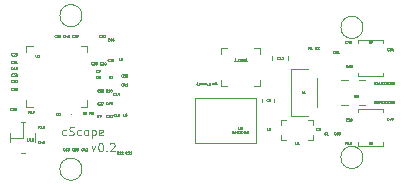
<source format=gbr>
G04 #@! TF.GenerationSoftware,KiCad,Pcbnew,(5.1.12)-1*
G04 #@! TF.CreationDate,2024-10-20T15:32:40+08:00*
G04 #@! TF.ProjectId,Kicad_LFOV_RigidFlex_Assembly_Screwhole2,4b696361-645f-44c4-964f-565f52696769,rev?*
G04 #@! TF.SameCoordinates,Original*
G04 #@! TF.FileFunction,Legend,Top*
G04 #@! TF.FilePolarity,Positive*
%FSLAX46Y46*%
G04 Gerber Fmt 4.6, Leading zero omitted, Abs format (unit mm)*
G04 Created by KiCad (PCBNEW (5.1.12)-1) date 2024-10-20 15:32:40*
%MOMM*%
%LPD*%
G01*
G04 APERTURE LIST*
%ADD10C,0.050000*%
%ADD11C,0.100000*%
%ADD12C,0.120000*%
G04 APERTURE END LIST*
D10*
X119043520Y-117235020D02*
G75*
G03*
X119043520Y-117235020I-938000J0D01*
G01*
X119046060Y-106228640D02*
G75*
G03*
X119046060Y-106228640I-938000J0D01*
G01*
D11*
X96060760Y-116251640D02*
X96227426Y-116718306D01*
X96394093Y-116251640D01*
X96794093Y-116018306D02*
X96860760Y-116018306D01*
X96927426Y-116051640D01*
X96960760Y-116084973D01*
X96994093Y-116151640D01*
X97027426Y-116284973D01*
X97027426Y-116451640D01*
X96994093Y-116584973D01*
X96960760Y-116651640D01*
X96927426Y-116684973D01*
X96860760Y-116718306D01*
X96794093Y-116718306D01*
X96727426Y-116684973D01*
X96694093Y-116651640D01*
X96660760Y-116584973D01*
X96627426Y-116451640D01*
X96627426Y-116284973D01*
X96660760Y-116151640D01*
X96694093Y-116084973D01*
X96727426Y-116051640D01*
X96794093Y-116018306D01*
X97327426Y-116651640D02*
X97360760Y-116684973D01*
X97327426Y-116718306D01*
X97294093Y-116684973D01*
X97327426Y-116651640D01*
X97327426Y-116718306D01*
X97627426Y-116084973D02*
X97660760Y-116051640D01*
X97727426Y-116018306D01*
X97894093Y-116018306D01*
X97960760Y-116051640D01*
X97994093Y-116084973D01*
X98027426Y-116151640D01*
X98027426Y-116218306D01*
X97994093Y-116318306D01*
X97594093Y-116718306D01*
X98027426Y-116718306D01*
X93897200Y-115323533D02*
X93830533Y-115356866D01*
X93697200Y-115356866D01*
X93630533Y-115323533D01*
X93597200Y-115290200D01*
X93563866Y-115223533D01*
X93563866Y-115023533D01*
X93597200Y-114956866D01*
X93630533Y-114923533D01*
X93697200Y-114890200D01*
X93830533Y-114890200D01*
X93897200Y-114923533D01*
X94163866Y-115323533D02*
X94263866Y-115356866D01*
X94430533Y-115356866D01*
X94497200Y-115323533D01*
X94530533Y-115290200D01*
X94563866Y-115223533D01*
X94563866Y-115156866D01*
X94530533Y-115090200D01*
X94497200Y-115056866D01*
X94430533Y-115023533D01*
X94297200Y-114990200D01*
X94230533Y-114956866D01*
X94197200Y-114923533D01*
X94163866Y-114856866D01*
X94163866Y-114790200D01*
X94197200Y-114723533D01*
X94230533Y-114690200D01*
X94297200Y-114656866D01*
X94463866Y-114656866D01*
X94563866Y-114690200D01*
X95163866Y-115323533D02*
X95097200Y-115356866D01*
X94963866Y-115356866D01*
X94897200Y-115323533D01*
X94863866Y-115290200D01*
X94830533Y-115223533D01*
X94830533Y-115023533D01*
X94863866Y-114956866D01*
X94897200Y-114923533D01*
X94963866Y-114890200D01*
X95097200Y-114890200D01*
X95163866Y-114923533D01*
X95563866Y-115356866D02*
X95497200Y-115323533D01*
X95463866Y-115290200D01*
X95430533Y-115223533D01*
X95430533Y-115023533D01*
X95463866Y-114956866D01*
X95497200Y-114923533D01*
X95563866Y-114890200D01*
X95663866Y-114890200D01*
X95730533Y-114923533D01*
X95763866Y-114956866D01*
X95797200Y-115023533D01*
X95797200Y-115223533D01*
X95763866Y-115290200D01*
X95730533Y-115323533D01*
X95663866Y-115356866D01*
X95563866Y-115356866D01*
X96097200Y-114890200D02*
X96097200Y-115590200D01*
X96097200Y-114923533D02*
X96163866Y-114890200D01*
X96297200Y-114890200D01*
X96363866Y-114923533D01*
X96397200Y-114956866D01*
X96430533Y-115023533D01*
X96430533Y-115223533D01*
X96397200Y-115290200D01*
X96363866Y-115323533D01*
X96297200Y-115356866D01*
X96163866Y-115356866D01*
X96097200Y-115323533D01*
X96997200Y-115323533D02*
X96930533Y-115356866D01*
X96797200Y-115356866D01*
X96730533Y-115323533D01*
X96697200Y-115256866D01*
X96697200Y-114990200D01*
X96730533Y-114923533D01*
X96797200Y-114890200D01*
X96930533Y-114890200D01*
X96997200Y-114923533D01*
X97030533Y-114990200D01*
X97030533Y-115056866D01*
X96697200Y-115123533D01*
D10*
X95251140Y-118229940D02*
G75*
G03*
X95251140Y-118229940I-938000J0D01*
G01*
X95256220Y-105227400D02*
G75*
G03*
X95256220Y-105227400I-938000J0D01*
G01*
D11*
X111336600Y-108612200D02*
X111336600Y-109022200D01*
X112736600Y-108612200D02*
X112736600Y-109022200D01*
D12*
X112911200Y-113738200D02*
X112911200Y-109738200D01*
X112911200Y-109738200D02*
X114411200Y-109738200D01*
X112911200Y-113738200D02*
X114411200Y-113738200D01*
X115161200Y-112988200D02*
X115161200Y-110488200D01*
D11*
X94379800Y-113567000D02*
G75*
G03*
X94379800Y-113567000I-50000J0D01*
G01*
D10*
X90548000Y-107770600D02*
X90548000Y-108320600D01*
X91098000Y-107770600D02*
X90548000Y-107770600D01*
X95708000Y-107770600D02*
X95708000Y-108320600D01*
X95158000Y-107770600D02*
X95708000Y-107770600D01*
X95708000Y-112930600D02*
X95708000Y-112380600D01*
X95158000Y-112930600D02*
X95708000Y-112930600D01*
X90548000Y-112930600D02*
X90548000Y-112380600D01*
X91098000Y-112930600D02*
X90548000Y-112930600D01*
X104822600Y-112235200D02*
X104822600Y-116035200D01*
X104822600Y-116035200D02*
X110022600Y-116035200D01*
X110022600Y-116035200D02*
X110022600Y-112235200D01*
X110022600Y-112235200D02*
X104822600Y-112235200D01*
X112138000Y-115753200D02*
X112558000Y-115753200D01*
X112138000Y-115333200D02*
X112138000Y-115753200D01*
X112138000Y-114073200D02*
X112558000Y-114073200D01*
X112138000Y-114493200D02*
X112138000Y-114073200D01*
X114818000Y-114073200D02*
X114398000Y-114073200D01*
X114818000Y-114493200D02*
X114818000Y-114073200D01*
X114818000Y-115753200D02*
X114398000Y-115753200D01*
X114818000Y-115333200D02*
X114818000Y-115753200D01*
X111494200Y-112523600D02*
X111494200Y-112273600D01*
X110534200Y-112523600D02*
X110534200Y-112273600D01*
X107057160Y-107945480D02*
X107057160Y-108445480D01*
X107057160Y-107945480D02*
X107557160Y-107945480D01*
X107057160Y-111145480D02*
X107057160Y-110645480D01*
X107057160Y-111145480D02*
X107557160Y-111145480D01*
X110357160Y-111145480D02*
X109857160Y-111145480D01*
X110357160Y-111145480D02*
X110357160Y-110645480D01*
X110357160Y-107945480D02*
X110357160Y-108445480D01*
X110357160Y-107945480D02*
X109857160Y-107945480D01*
X118607620Y-115966220D02*
X118607620Y-116231220D01*
X118607620Y-116231220D02*
X120707620Y-116231220D01*
X120707620Y-116231220D02*
X120707620Y-115966220D01*
X118607620Y-113396220D02*
X118607620Y-113131220D01*
X118607620Y-113131220D02*
X120707620Y-113131220D01*
X120707620Y-113131220D02*
X120707620Y-113396220D01*
X120725600Y-107267200D02*
X120725600Y-107532200D01*
X118625600Y-107267200D02*
X120725600Y-107267200D01*
X118625600Y-107532200D02*
X118625600Y-107267200D01*
X120725600Y-110367200D02*
X120725600Y-110102200D01*
X118625600Y-110367200D02*
X120725600Y-110367200D01*
X118625600Y-110102200D02*
X118625600Y-110367200D01*
X117197800Y-112798200D02*
X117767800Y-112798200D01*
X117197800Y-110678200D02*
X117767800Y-110678200D01*
X119257800Y-110678200D02*
X118687800Y-110678200D01*
X119257800Y-112798200D02*
X118687800Y-112798200D01*
X90232400Y-115557600D02*
X89182400Y-115557600D01*
X90232400Y-114282600D02*
X90232400Y-115557600D01*
X91312400Y-115912600D02*
X91312400Y-115202600D01*
X89152400Y-115202600D02*
X89152400Y-115912600D01*
X90077400Y-116887600D02*
X90387400Y-116887600D01*
X90077400Y-114227600D02*
X90387400Y-114227600D01*
X111908028Y-108888628D02*
X111898504Y-108898152D01*
X111869933Y-108907676D01*
X111850885Y-108907676D01*
X111822314Y-108898152D01*
X111803266Y-108879104D01*
X111793742Y-108860057D01*
X111784219Y-108821961D01*
X111784219Y-108793390D01*
X111793742Y-108755295D01*
X111803266Y-108736247D01*
X111822314Y-108717200D01*
X111850885Y-108707676D01*
X111869933Y-108707676D01*
X111898504Y-108717200D01*
X111908028Y-108726723D01*
X112098504Y-108907676D02*
X111984219Y-108907676D01*
X112041361Y-108907676D02*
X112041361Y-108707676D01*
X112022314Y-108736247D01*
X112003266Y-108755295D01*
X111984219Y-108764819D01*
X112174695Y-108726723D02*
X112184219Y-108717200D01*
X112203266Y-108707676D01*
X112250885Y-108707676D01*
X112269933Y-108717200D01*
X112279457Y-108726723D01*
X112288980Y-108745771D01*
X112288980Y-108764819D01*
X112279457Y-108793390D01*
X112165171Y-108907676D01*
X112288980Y-108907676D01*
X113918113Y-111613436D02*
X113918113Y-111756293D01*
X113908589Y-111784864D01*
X113889541Y-111803912D01*
X113860970Y-111813436D01*
X113841922Y-111813436D01*
X114118113Y-111813436D02*
X114003827Y-111813436D01*
X114060970Y-111813436D02*
X114060970Y-111613436D01*
X114041922Y-111642007D01*
X114022875Y-111661055D01*
X114003827Y-111670579D01*
X117694148Y-114113408D02*
X117684624Y-114122932D01*
X117656053Y-114132456D01*
X117637005Y-114132456D01*
X117608434Y-114122932D01*
X117589386Y-114103884D01*
X117579862Y-114084837D01*
X117570339Y-114046741D01*
X117570339Y-114018170D01*
X117579862Y-113980075D01*
X117589386Y-113961027D01*
X117608434Y-113941980D01*
X117637005Y-113932456D01*
X117656053Y-113932456D01*
X117684624Y-113941980D01*
X117694148Y-113951503D01*
X117760815Y-113932456D02*
X117884624Y-113932456D01*
X117817958Y-114008646D01*
X117846529Y-114008646D01*
X117865577Y-114018170D01*
X117875100Y-114027694D01*
X117884624Y-114046741D01*
X117884624Y-114094360D01*
X117875100Y-114113408D01*
X117865577Y-114122932D01*
X117846529Y-114132456D01*
X117789386Y-114132456D01*
X117770339Y-114122932D01*
X117760815Y-114113408D01*
X117979862Y-114132456D02*
X118017958Y-114132456D01*
X118037005Y-114122932D01*
X118046529Y-114113408D01*
X118065577Y-114084837D01*
X118075100Y-114046741D01*
X118075100Y-113970551D01*
X118065577Y-113951503D01*
X118056053Y-113941980D01*
X118037005Y-113932456D01*
X117998910Y-113932456D01*
X117979862Y-113941980D01*
X117970339Y-113951503D01*
X117960815Y-113970551D01*
X117960815Y-114018170D01*
X117970339Y-114037218D01*
X117979862Y-114046741D01*
X117998910Y-114056265D01*
X118037005Y-114056265D01*
X118056053Y-114046741D01*
X118065577Y-114037218D01*
X118075100Y-114018170D01*
X91664228Y-114739516D02*
X91597561Y-114644278D01*
X91549942Y-114739516D02*
X91549942Y-114539516D01*
X91626133Y-114539516D01*
X91645180Y-114549040D01*
X91654704Y-114558563D01*
X91664228Y-114577611D01*
X91664228Y-114606182D01*
X91654704Y-114625230D01*
X91645180Y-114634754D01*
X91626133Y-114644278D01*
X91549942Y-114644278D01*
X91854704Y-114739516D02*
X91740419Y-114739516D01*
X91797561Y-114739516D02*
X91797561Y-114539516D01*
X91778514Y-114568087D01*
X91759466Y-114587135D01*
X91740419Y-114596659D01*
X91921371Y-114539516D02*
X92045180Y-114539516D01*
X91978514Y-114615706D01*
X92007085Y-114615706D01*
X92026133Y-114625230D01*
X92035657Y-114634754D01*
X92045180Y-114653801D01*
X92045180Y-114701420D01*
X92035657Y-114720468D01*
X92026133Y-114729992D01*
X92007085Y-114739516D01*
X91949942Y-114739516D01*
X91930895Y-114729992D01*
X91921371Y-114720468D01*
X93090440Y-113660016D02*
X93090440Y-113460016D01*
X93138060Y-113460016D01*
X93166631Y-113469540D01*
X93185679Y-113488587D01*
X93195202Y-113507635D01*
X93204726Y-113545730D01*
X93204726Y-113574301D01*
X93195202Y-113612397D01*
X93185679Y-113631444D01*
X93166631Y-113650492D01*
X93138060Y-113660016D01*
X93090440Y-113660016D01*
X93280917Y-113479063D02*
X93290440Y-113469540D01*
X93309488Y-113460016D01*
X93357107Y-113460016D01*
X93376155Y-113469540D01*
X93385679Y-113479063D01*
X93395202Y-113498111D01*
X93395202Y-113517159D01*
X93385679Y-113545730D01*
X93271393Y-113660016D01*
X93395202Y-113660016D01*
X98326648Y-116923916D02*
X98259981Y-116828678D01*
X98212362Y-116923916D02*
X98212362Y-116723916D01*
X98288553Y-116723916D01*
X98307600Y-116733440D01*
X98317124Y-116742963D01*
X98326648Y-116762011D01*
X98326648Y-116790582D01*
X98317124Y-116809630D01*
X98307600Y-116819154D01*
X98288553Y-116828678D01*
X98212362Y-116828678D01*
X98517124Y-116923916D02*
X98402839Y-116923916D01*
X98459981Y-116923916D02*
X98459981Y-116723916D01*
X98440934Y-116752487D01*
X98421886Y-116771535D01*
X98402839Y-116781059D01*
X98593315Y-116742963D02*
X98602839Y-116733440D01*
X98621886Y-116723916D01*
X98669505Y-116723916D01*
X98688553Y-116733440D01*
X98698077Y-116742963D01*
X98707600Y-116762011D01*
X98707600Y-116781059D01*
X98698077Y-116809630D01*
X98583791Y-116923916D01*
X98707600Y-116923916D01*
X99050548Y-116904868D02*
X99041024Y-116914392D01*
X99012453Y-116923916D01*
X98993405Y-116923916D01*
X98964834Y-116914392D01*
X98945786Y-116895344D01*
X98936262Y-116876297D01*
X98926739Y-116838201D01*
X98926739Y-116809630D01*
X98936262Y-116771535D01*
X98945786Y-116752487D01*
X98964834Y-116733440D01*
X98993405Y-116723916D01*
X99012453Y-116723916D01*
X99041024Y-116733440D01*
X99050548Y-116742963D01*
X99117215Y-116723916D02*
X99241024Y-116723916D01*
X99174358Y-116800106D01*
X99202929Y-116800106D01*
X99221977Y-116809630D01*
X99231500Y-116819154D01*
X99241024Y-116838201D01*
X99241024Y-116885820D01*
X99231500Y-116904868D01*
X99221977Y-116914392D01*
X99202929Y-116923916D01*
X99145786Y-116923916D01*
X99126739Y-116914392D01*
X99117215Y-116904868D01*
X99431500Y-116923916D02*
X99317215Y-116923916D01*
X99374358Y-116923916D02*
X99374358Y-116723916D01*
X99355310Y-116752487D01*
X99336262Y-116771535D01*
X99317215Y-116781059D01*
X89368068Y-111522608D02*
X89358544Y-111532132D01*
X89329973Y-111541656D01*
X89310925Y-111541656D01*
X89282354Y-111532132D01*
X89263306Y-111513084D01*
X89253782Y-111494037D01*
X89244259Y-111455941D01*
X89244259Y-111427370D01*
X89253782Y-111389275D01*
X89263306Y-111370227D01*
X89282354Y-111351180D01*
X89310925Y-111341656D01*
X89329973Y-111341656D01*
X89358544Y-111351180D01*
X89368068Y-111360703D01*
X89434735Y-111341656D02*
X89558544Y-111341656D01*
X89491878Y-111417846D01*
X89520449Y-111417846D01*
X89539497Y-111427370D01*
X89549020Y-111436894D01*
X89558544Y-111455941D01*
X89558544Y-111503560D01*
X89549020Y-111522608D01*
X89539497Y-111532132D01*
X89520449Y-111541656D01*
X89463306Y-111541656D01*
X89444259Y-111532132D01*
X89434735Y-111522608D01*
X89625211Y-111341656D02*
X89749020Y-111341656D01*
X89682354Y-111417846D01*
X89710925Y-111417846D01*
X89729973Y-111427370D01*
X89739497Y-111436894D01*
X89749020Y-111455941D01*
X89749020Y-111503560D01*
X89739497Y-111522608D01*
X89729973Y-111532132D01*
X89710925Y-111541656D01*
X89653782Y-111541656D01*
X89634735Y-111532132D01*
X89625211Y-111522608D01*
X91310219Y-108522256D02*
X91310219Y-108684160D01*
X91319742Y-108703208D01*
X91329266Y-108712732D01*
X91348314Y-108722256D01*
X91386409Y-108722256D01*
X91405457Y-108712732D01*
X91414980Y-108703208D01*
X91424504Y-108684160D01*
X91424504Y-108522256D01*
X91510219Y-108541303D02*
X91519742Y-108531780D01*
X91538790Y-108522256D01*
X91586409Y-108522256D01*
X91605457Y-108531780D01*
X91614980Y-108541303D01*
X91624504Y-108560351D01*
X91624504Y-108579399D01*
X91614980Y-108607970D01*
X91500695Y-108722256D01*
X91624504Y-108722256D01*
X90823488Y-113512696D02*
X90756821Y-113417458D01*
X90709202Y-113512696D02*
X90709202Y-113312696D01*
X90785393Y-113312696D01*
X90804440Y-113322220D01*
X90813964Y-113331743D01*
X90823488Y-113350791D01*
X90823488Y-113379362D01*
X90813964Y-113398410D01*
X90804440Y-113407934D01*
X90785393Y-113417458D01*
X90709202Y-113417458D01*
X91013964Y-113512696D02*
X90899679Y-113512696D01*
X90956821Y-113512696D02*
X90956821Y-113312696D01*
X90937774Y-113341267D01*
X90918726Y-113360315D01*
X90899679Y-113369839D01*
X91080631Y-113312696D02*
X91213964Y-113312696D01*
X91128250Y-113512696D01*
X91664228Y-116013328D02*
X91654704Y-116022852D01*
X91626133Y-116032376D01*
X91607085Y-116032376D01*
X91578514Y-116022852D01*
X91559466Y-116003804D01*
X91549942Y-115984757D01*
X91540419Y-115946661D01*
X91540419Y-115918090D01*
X91549942Y-115879995D01*
X91559466Y-115860947D01*
X91578514Y-115841900D01*
X91607085Y-115832376D01*
X91626133Y-115832376D01*
X91654704Y-115841900D01*
X91664228Y-115851423D01*
X91835657Y-115899042D02*
X91835657Y-116032376D01*
X91788038Y-115822852D02*
X91740419Y-115965709D01*
X91864228Y-115965709D01*
X91949942Y-116032376D02*
X91988038Y-116032376D01*
X92007085Y-116022852D01*
X92016609Y-116013328D01*
X92035657Y-115984757D01*
X92045180Y-115946661D01*
X92045180Y-115870471D01*
X92035657Y-115851423D01*
X92026133Y-115841900D01*
X92007085Y-115832376D01*
X91968990Y-115832376D01*
X91949942Y-115841900D01*
X91940419Y-115851423D01*
X91930895Y-115870471D01*
X91930895Y-115918090D01*
X91940419Y-115937138D01*
X91949942Y-115946661D01*
X91968990Y-115956185D01*
X92007085Y-115956185D01*
X92026133Y-115946661D01*
X92035657Y-115937138D01*
X92045180Y-115918090D01*
X94511568Y-116630548D02*
X94502044Y-116640072D01*
X94473473Y-116649596D01*
X94454425Y-116649596D01*
X94425854Y-116640072D01*
X94406806Y-116621024D01*
X94397282Y-116601977D01*
X94387759Y-116563881D01*
X94387759Y-116535310D01*
X94397282Y-116497215D01*
X94406806Y-116478167D01*
X94425854Y-116459120D01*
X94454425Y-116449596D01*
X94473473Y-116449596D01*
X94502044Y-116459120D01*
X94511568Y-116468643D01*
X94692520Y-116449596D02*
X94597282Y-116449596D01*
X94587759Y-116544834D01*
X94597282Y-116535310D01*
X94616330Y-116525786D01*
X94663949Y-116525786D01*
X94682997Y-116535310D01*
X94692520Y-116544834D01*
X94702044Y-116563881D01*
X94702044Y-116611500D01*
X94692520Y-116630548D01*
X94682997Y-116640072D01*
X94663949Y-116649596D01*
X94616330Y-116649596D01*
X94597282Y-116640072D01*
X94587759Y-116630548D01*
X94882997Y-116449596D02*
X94787759Y-116449596D01*
X94778235Y-116544834D01*
X94787759Y-116535310D01*
X94806806Y-116525786D01*
X94854425Y-116525786D01*
X94873473Y-116535310D01*
X94882997Y-116544834D01*
X94892520Y-116563881D01*
X94892520Y-116611500D01*
X94882997Y-116630548D01*
X94873473Y-116640072D01*
X94854425Y-116649596D01*
X94806806Y-116649596D01*
X94787759Y-116640072D01*
X94778235Y-116630548D01*
X95304048Y-116630548D02*
X95294524Y-116640072D01*
X95265953Y-116649596D01*
X95246905Y-116649596D01*
X95218334Y-116640072D01*
X95199286Y-116621024D01*
X95189762Y-116601977D01*
X95180239Y-116563881D01*
X95180239Y-116535310D01*
X95189762Y-116497215D01*
X95199286Y-116478167D01*
X95218334Y-116459120D01*
X95246905Y-116449596D01*
X95265953Y-116449596D01*
X95294524Y-116459120D01*
X95304048Y-116468643D01*
X95475477Y-116516262D02*
X95475477Y-116649596D01*
X95427858Y-116440072D02*
X95380239Y-116582929D01*
X95504048Y-116582929D01*
X95570715Y-116468643D02*
X95580239Y-116459120D01*
X95599286Y-116449596D01*
X95646905Y-116449596D01*
X95665953Y-116459120D01*
X95675477Y-116468643D01*
X95685000Y-116487691D01*
X95685000Y-116506739D01*
X95675477Y-116535310D01*
X95561191Y-116649596D01*
X95685000Y-116649596D01*
X94559828Y-107029348D02*
X94550304Y-107038872D01*
X94521733Y-107048396D01*
X94502685Y-107048396D01*
X94474114Y-107038872D01*
X94455066Y-107019824D01*
X94445542Y-107000777D01*
X94436019Y-106962681D01*
X94436019Y-106934110D01*
X94445542Y-106896015D01*
X94455066Y-106876967D01*
X94474114Y-106857920D01*
X94502685Y-106848396D01*
X94521733Y-106848396D01*
X94550304Y-106857920D01*
X94559828Y-106867443D01*
X94626495Y-106848396D02*
X94750304Y-106848396D01*
X94683638Y-106924586D01*
X94712209Y-106924586D01*
X94731257Y-106934110D01*
X94740780Y-106943634D01*
X94750304Y-106962681D01*
X94750304Y-107010300D01*
X94740780Y-107029348D01*
X94731257Y-107038872D01*
X94712209Y-107048396D01*
X94655066Y-107048396D01*
X94636019Y-107038872D01*
X94626495Y-107029348D01*
X94816971Y-106848396D02*
X94950304Y-106848396D01*
X94864590Y-107048396D01*
X96820428Y-107026808D02*
X96810904Y-107036332D01*
X96782333Y-107045856D01*
X96763285Y-107045856D01*
X96734714Y-107036332D01*
X96715666Y-107017284D01*
X96706142Y-106998237D01*
X96696619Y-106960141D01*
X96696619Y-106931570D01*
X96706142Y-106893475D01*
X96715666Y-106874427D01*
X96734714Y-106855380D01*
X96763285Y-106845856D01*
X96782333Y-106845856D01*
X96810904Y-106855380D01*
X96820428Y-106864903D01*
X96887095Y-106845856D02*
X97010904Y-106845856D01*
X96944238Y-106922046D01*
X96972809Y-106922046D01*
X96991857Y-106931570D01*
X97001380Y-106941094D01*
X97010904Y-106960141D01*
X97010904Y-107007760D01*
X97001380Y-107026808D01*
X96991857Y-107036332D01*
X96972809Y-107045856D01*
X96915666Y-107045856D01*
X96896619Y-107036332D01*
X96887095Y-107026808D01*
X97087095Y-106864903D02*
X97096619Y-106855380D01*
X97115666Y-106845856D01*
X97163285Y-106845856D01*
X97182333Y-106855380D01*
X97191857Y-106864903D01*
X97201380Y-106883951D01*
X97201380Y-106902999D01*
X97191857Y-106931570D01*
X97077571Y-107045856D01*
X97201380Y-107045856D01*
X89368068Y-109762388D02*
X89358544Y-109771912D01*
X89329973Y-109781436D01*
X89310925Y-109781436D01*
X89282354Y-109771912D01*
X89263306Y-109752864D01*
X89253782Y-109733817D01*
X89244259Y-109695721D01*
X89244259Y-109667150D01*
X89253782Y-109629055D01*
X89263306Y-109610007D01*
X89282354Y-109590960D01*
X89310925Y-109581436D01*
X89329973Y-109581436D01*
X89358544Y-109590960D01*
X89368068Y-109600483D01*
X89539497Y-109648102D02*
X89539497Y-109781436D01*
X89491878Y-109571912D02*
X89444259Y-109714769D01*
X89568068Y-109714769D01*
X89729973Y-109581436D02*
X89691878Y-109581436D01*
X89672830Y-109590960D01*
X89663306Y-109600483D01*
X89644259Y-109629055D01*
X89634735Y-109667150D01*
X89634735Y-109743340D01*
X89644259Y-109762388D01*
X89653782Y-109771912D01*
X89672830Y-109781436D01*
X89710925Y-109781436D01*
X89729973Y-109771912D01*
X89739497Y-109762388D01*
X89749020Y-109743340D01*
X89749020Y-109695721D01*
X89739497Y-109676674D01*
X89729973Y-109667150D01*
X89710925Y-109657626D01*
X89672830Y-109657626D01*
X89653782Y-109667150D01*
X89644259Y-109676674D01*
X89634735Y-109695721D01*
X93764808Y-116630548D02*
X93755284Y-116640072D01*
X93726713Y-116649596D01*
X93707665Y-116649596D01*
X93679094Y-116640072D01*
X93660046Y-116621024D01*
X93650522Y-116601977D01*
X93640999Y-116563881D01*
X93640999Y-116535310D01*
X93650522Y-116497215D01*
X93660046Y-116478167D01*
X93679094Y-116459120D01*
X93707665Y-116449596D01*
X93726713Y-116449596D01*
X93755284Y-116459120D01*
X93764808Y-116468643D01*
X93936237Y-116516262D02*
X93936237Y-116649596D01*
X93888618Y-116440072D02*
X93840999Y-116582929D01*
X93964808Y-116582929D01*
X94021951Y-116449596D02*
X94145760Y-116449596D01*
X94079094Y-116525786D01*
X94107665Y-116525786D01*
X94126713Y-116535310D01*
X94136237Y-116544834D01*
X94145760Y-116563881D01*
X94145760Y-116611500D01*
X94136237Y-116630548D01*
X94126713Y-116640072D01*
X94107665Y-116649596D01*
X94050522Y-116649596D01*
X94031475Y-116640072D01*
X94021951Y-116630548D01*
X93780048Y-107029348D02*
X93770524Y-107038872D01*
X93741953Y-107048396D01*
X93722905Y-107048396D01*
X93694334Y-107038872D01*
X93675286Y-107019824D01*
X93665762Y-107000777D01*
X93656239Y-106962681D01*
X93656239Y-106934110D01*
X93665762Y-106896015D01*
X93675286Y-106876967D01*
X93694334Y-106857920D01*
X93722905Y-106848396D01*
X93741953Y-106848396D01*
X93770524Y-106857920D01*
X93780048Y-106867443D01*
X93951477Y-106915062D02*
X93951477Y-107048396D01*
X93903858Y-106838872D02*
X93856239Y-106981729D01*
X93980048Y-106981729D01*
X94094334Y-106848396D02*
X94113381Y-106848396D01*
X94132429Y-106857920D01*
X94141953Y-106867443D01*
X94151477Y-106886491D01*
X94161000Y-106924586D01*
X94161000Y-106972205D01*
X94151477Y-107010300D01*
X94141953Y-107029348D01*
X94132429Y-107038872D01*
X94113381Y-107048396D01*
X94094334Y-107048396D01*
X94075286Y-107038872D01*
X94065762Y-107029348D01*
X94056239Y-107010300D01*
X94046715Y-106972205D01*
X94046715Y-106924586D01*
X94056239Y-106886491D01*
X94065762Y-106867443D01*
X94075286Y-106857920D01*
X94094334Y-106848396D01*
X98700028Y-110379608D02*
X98690504Y-110389132D01*
X98661933Y-110398656D01*
X98642885Y-110398656D01*
X98614314Y-110389132D01*
X98595266Y-110370084D01*
X98585742Y-110351037D01*
X98576219Y-110312941D01*
X98576219Y-110284370D01*
X98585742Y-110246275D01*
X98595266Y-110227227D01*
X98614314Y-110208180D01*
X98642885Y-110198656D01*
X98661933Y-110198656D01*
X98690504Y-110208180D01*
X98700028Y-110217703D01*
X98766695Y-110198656D02*
X98890504Y-110198656D01*
X98823838Y-110274846D01*
X98852409Y-110274846D01*
X98871457Y-110284370D01*
X98880980Y-110293894D01*
X98890504Y-110312941D01*
X98890504Y-110360560D01*
X98880980Y-110379608D01*
X98871457Y-110389132D01*
X98852409Y-110398656D01*
X98795266Y-110398656D01*
X98776219Y-110389132D01*
X98766695Y-110379608D01*
X99071457Y-110198656D02*
X98976219Y-110198656D01*
X98966695Y-110293894D01*
X98976219Y-110284370D01*
X98995266Y-110274846D01*
X99042885Y-110274846D01*
X99061933Y-110284370D01*
X99071457Y-110293894D01*
X99080980Y-110312941D01*
X99080980Y-110360560D01*
X99071457Y-110379608D01*
X99061933Y-110389132D01*
X99042885Y-110398656D01*
X98995266Y-110398656D01*
X98976219Y-110389132D01*
X98966695Y-110379608D01*
X98700028Y-111136528D02*
X98690504Y-111146052D01*
X98661933Y-111155576D01*
X98642885Y-111155576D01*
X98614314Y-111146052D01*
X98595266Y-111127004D01*
X98585742Y-111107957D01*
X98576219Y-111069861D01*
X98576219Y-111041290D01*
X98585742Y-111003195D01*
X98595266Y-110984147D01*
X98614314Y-110965100D01*
X98642885Y-110955576D01*
X98661933Y-110955576D01*
X98690504Y-110965100D01*
X98700028Y-110974623D01*
X98871457Y-111022242D02*
X98871457Y-111155576D01*
X98823838Y-110946052D02*
X98776219Y-111088909D01*
X98900028Y-111088909D01*
X99080980Y-111155576D02*
X98966695Y-111155576D01*
X99023838Y-111155576D02*
X99023838Y-110955576D01*
X99004790Y-110984147D01*
X98985742Y-111003195D01*
X98966695Y-111012719D01*
X93043448Y-107029348D02*
X93033924Y-107038872D01*
X93005353Y-107048396D01*
X92986305Y-107048396D01*
X92957734Y-107038872D01*
X92938686Y-107019824D01*
X92929162Y-107000777D01*
X92919639Y-106962681D01*
X92919639Y-106934110D01*
X92929162Y-106896015D01*
X92938686Y-106876967D01*
X92957734Y-106857920D01*
X92986305Y-106848396D01*
X93005353Y-106848396D01*
X93033924Y-106857920D01*
X93043448Y-106867443D01*
X93110115Y-106848396D02*
X93233924Y-106848396D01*
X93167258Y-106924586D01*
X93195829Y-106924586D01*
X93214877Y-106934110D01*
X93224400Y-106943634D01*
X93233924Y-106962681D01*
X93233924Y-107010300D01*
X93224400Y-107029348D01*
X93214877Y-107038872D01*
X93195829Y-107048396D01*
X93138686Y-107048396D01*
X93119639Y-107038872D01*
X93110115Y-107029348D01*
X93405353Y-106848396D02*
X93367258Y-106848396D01*
X93348210Y-106857920D01*
X93338686Y-106867443D01*
X93319639Y-106896015D01*
X93310115Y-106934110D01*
X93310115Y-107010300D01*
X93319639Y-107029348D01*
X93329162Y-107038872D01*
X93348210Y-107048396D01*
X93386305Y-107048396D01*
X93405353Y-107038872D01*
X93414877Y-107029348D01*
X93424400Y-107010300D01*
X93424400Y-106962681D01*
X93414877Y-106943634D01*
X93405353Y-106934110D01*
X93386305Y-106924586D01*
X93348210Y-106924586D01*
X93329162Y-106934110D01*
X93319639Y-106943634D01*
X93310115Y-106962681D01*
X108476719Y-114633496D02*
X108476719Y-114795400D01*
X108486242Y-114814448D01*
X108495766Y-114823972D01*
X108514814Y-114833496D01*
X108552909Y-114833496D01*
X108571957Y-114823972D01*
X108581480Y-114814448D01*
X108591004Y-114795400D01*
X108591004Y-114633496D01*
X108667195Y-114633496D02*
X108791004Y-114633496D01*
X108724338Y-114709686D01*
X108752909Y-114709686D01*
X108771957Y-114719210D01*
X108781480Y-114728734D01*
X108791004Y-114747781D01*
X108791004Y-114795400D01*
X108781480Y-114814448D01*
X108771957Y-114823972D01*
X108752909Y-114833496D01*
X108695766Y-114833496D01*
X108676719Y-114823972D01*
X108667195Y-114814448D01*
X108027909Y-115072382D02*
X108063623Y-115084287D01*
X108075528Y-115096192D01*
X108087433Y-115120001D01*
X108087433Y-115155716D01*
X108075528Y-115179525D01*
X108063623Y-115191430D01*
X108039814Y-115203335D01*
X107944576Y-115203335D01*
X107944576Y-114953335D01*
X108027909Y-114953335D01*
X108051719Y-114965240D01*
X108063623Y-114977144D01*
X108075528Y-115000954D01*
X108075528Y-115024763D01*
X108063623Y-115048573D01*
X108051719Y-115060478D01*
X108027909Y-115072382D01*
X107944576Y-115072382D01*
X108194576Y-115203335D02*
X108194576Y-114953335D01*
X108337433Y-115203335D01*
X108337433Y-114953335D01*
X108504100Y-114953335D02*
X108551719Y-114953335D01*
X108575528Y-114965240D01*
X108599338Y-114989049D01*
X108611242Y-115036668D01*
X108611242Y-115120001D01*
X108599338Y-115167620D01*
X108575528Y-115191430D01*
X108551719Y-115203335D01*
X108504100Y-115203335D01*
X108480290Y-115191430D01*
X108456480Y-115167620D01*
X108444576Y-115120001D01*
X108444576Y-115036668D01*
X108456480Y-114989049D01*
X108480290Y-114965240D01*
X108504100Y-114953335D01*
X108766004Y-114953335D02*
X108789814Y-114953335D01*
X108813623Y-114965240D01*
X108825528Y-114977144D01*
X108837433Y-115000954D01*
X108849338Y-115048573D01*
X108849338Y-115108097D01*
X108837433Y-115155716D01*
X108825528Y-115179525D01*
X108813623Y-115191430D01*
X108789814Y-115203335D01*
X108766004Y-115203335D01*
X108742195Y-115191430D01*
X108730290Y-115179525D01*
X108718385Y-115155716D01*
X108706480Y-115108097D01*
X108706480Y-115048573D01*
X108718385Y-115000954D01*
X108730290Y-114977144D01*
X108742195Y-114965240D01*
X108766004Y-114953335D01*
X109075528Y-114953335D02*
X108956480Y-114953335D01*
X108944576Y-115072382D01*
X108956480Y-115060478D01*
X108980290Y-115048573D01*
X109039814Y-115048573D01*
X109063623Y-115060478D01*
X109075528Y-115072382D01*
X109087433Y-115096192D01*
X109087433Y-115155716D01*
X109075528Y-115179525D01*
X109063623Y-115191430D01*
X109039814Y-115203335D01*
X108980290Y-115203335D01*
X108956480Y-115191430D01*
X108944576Y-115179525D01*
X109313623Y-114953335D02*
X109194576Y-114953335D01*
X109182671Y-115072382D01*
X109194576Y-115060478D01*
X109218385Y-115048573D01*
X109277909Y-115048573D01*
X109301719Y-115060478D01*
X109313623Y-115072382D01*
X109325528Y-115096192D01*
X109325528Y-115155716D01*
X109313623Y-115179525D01*
X109301719Y-115191430D01*
X109277909Y-115203335D01*
X109218385Y-115203335D01*
X109194576Y-115191430D01*
X109182671Y-115179525D01*
X97535908Y-109038488D02*
X97526384Y-109048012D01*
X97497813Y-109057536D01*
X97478765Y-109057536D01*
X97450194Y-109048012D01*
X97431146Y-109028964D01*
X97421622Y-109009917D01*
X97412099Y-108971821D01*
X97412099Y-108943250D01*
X97421622Y-108905155D01*
X97431146Y-108886107D01*
X97450194Y-108867060D01*
X97478765Y-108857536D01*
X97497813Y-108857536D01*
X97526384Y-108867060D01*
X97535908Y-108876583D01*
X97726384Y-109057536D02*
X97612099Y-109057536D01*
X97669241Y-109057536D02*
X97669241Y-108857536D01*
X97650194Y-108886107D01*
X97631146Y-108905155D01*
X97612099Y-108914679D01*
X97897813Y-108857536D02*
X97859718Y-108857536D01*
X97840670Y-108867060D01*
X97831146Y-108876583D01*
X97812099Y-108905155D01*
X97802575Y-108943250D01*
X97802575Y-109019440D01*
X97812099Y-109038488D01*
X97821622Y-109048012D01*
X97840670Y-109057536D01*
X97878765Y-109057536D01*
X97897813Y-109048012D01*
X97907337Y-109038488D01*
X97916860Y-109019440D01*
X97916860Y-108971821D01*
X97907337Y-108952774D01*
X97897813Y-108943250D01*
X97878765Y-108933726D01*
X97840670Y-108933726D01*
X97821622Y-108943250D01*
X97812099Y-108952774D01*
X97802575Y-108971821D01*
X98011688Y-111931548D02*
X98002164Y-111941072D01*
X97973593Y-111950596D01*
X97954545Y-111950596D01*
X97925974Y-111941072D01*
X97906926Y-111922024D01*
X97897402Y-111902977D01*
X97887879Y-111864881D01*
X97887879Y-111836310D01*
X97897402Y-111798215D01*
X97906926Y-111779167D01*
X97925974Y-111760120D01*
X97954545Y-111750596D01*
X97973593Y-111750596D01*
X98002164Y-111760120D01*
X98011688Y-111769643D01*
X98202164Y-111950596D02*
X98087879Y-111950596D01*
X98145021Y-111950596D02*
X98145021Y-111750596D01*
X98125974Y-111779167D01*
X98106926Y-111798215D01*
X98087879Y-111807739D01*
X98373593Y-111817262D02*
X98373593Y-111950596D01*
X98325974Y-111741072D02*
X98278355Y-111883929D01*
X98402164Y-111883929D01*
X97386848Y-111649608D02*
X97377324Y-111659132D01*
X97348753Y-111668656D01*
X97329705Y-111668656D01*
X97301134Y-111659132D01*
X97282086Y-111640084D01*
X97272562Y-111621037D01*
X97263039Y-111582941D01*
X97263039Y-111554370D01*
X97272562Y-111516275D01*
X97282086Y-111497227D01*
X97301134Y-111478180D01*
X97329705Y-111468656D01*
X97348753Y-111468656D01*
X97377324Y-111478180D01*
X97386848Y-111487703D01*
X97577324Y-111668656D02*
X97463039Y-111668656D01*
X97520181Y-111668656D02*
X97520181Y-111468656D01*
X97501134Y-111497227D01*
X97482086Y-111516275D01*
X97463039Y-111525799D01*
X97691610Y-111554370D02*
X97672562Y-111544846D01*
X97663039Y-111535322D01*
X97653515Y-111516275D01*
X97653515Y-111506751D01*
X97663039Y-111487703D01*
X97672562Y-111478180D01*
X97691610Y-111468656D01*
X97729705Y-111468656D01*
X97748753Y-111478180D01*
X97758277Y-111487703D01*
X97767800Y-111506751D01*
X97767800Y-111516275D01*
X97758277Y-111535322D01*
X97748753Y-111544846D01*
X97729705Y-111554370D01*
X97691610Y-111554370D01*
X97672562Y-111563894D01*
X97663039Y-111573418D01*
X97653515Y-111592465D01*
X97653515Y-111630560D01*
X97663039Y-111649608D01*
X97672562Y-111659132D01*
X97691610Y-111668656D01*
X97729705Y-111668656D01*
X97748753Y-111659132D01*
X97758277Y-111649608D01*
X97767800Y-111630560D01*
X97767800Y-111592465D01*
X97758277Y-111573418D01*
X97748753Y-111563894D01*
X97729705Y-111554370D01*
X96674516Y-111652148D02*
X96664992Y-111661672D01*
X96636421Y-111671196D01*
X96617373Y-111671196D01*
X96588802Y-111661672D01*
X96569754Y-111642624D01*
X96560230Y-111623577D01*
X96550707Y-111585481D01*
X96550707Y-111556910D01*
X96560230Y-111518815D01*
X96569754Y-111499767D01*
X96588802Y-111480720D01*
X96617373Y-111471196D01*
X96636421Y-111471196D01*
X96664992Y-111480720D01*
X96674516Y-111490243D01*
X96750707Y-111490243D02*
X96760230Y-111480720D01*
X96779278Y-111471196D01*
X96826897Y-111471196D01*
X96845945Y-111480720D01*
X96855468Y-111490243D01*
X96864992Y-111509291D01*
X96864992Y-111528339D01*
X96855468Y-111556910D01*
X96741183Y-111671196D01*
X96864992Y-111671196D01*
X97036421Y-111471196D02*
X96998326Y-111471196D01*
X96979278Y-111480720D01*
X96969754Y-111490243D01*
X96950707Y-111518815D01*
X96941183Y-111556910D01*
X96941183Y-111633100D01*
X96950707Y-111652148D01*
X96960230Y-111661672D01*
X96979278Y-111671196D01*
X97017373Y-111671196D01*
X97036421Y-111661672D01*
X97045945Y-111652148D01*
X97055468Y-111633100D01*
X97055468Y-111585481D01*
X97045945Y-111566434D01*
X97036421Y-111556910D01*
X97017373Y-111547386D01*
X96979278Y-111547386D01*
X96960230Y-111556910D01*
X96950707Y-111566434D01*
X96941183Y-111585481D01*
X89368068Y-109211208D02*
X89358544Y-109220732D01*
X89329973Y-109230256D01*
X89310925Y-109230256D01*
X89282354Y-109220732D01*
X89263306Y-109201684D01*
X89253782Y-109182637D01*
X89244259Y-109144541D01*
X89244259Y-109115970D01*
X89253782Y-109077875D01*
X89263306Y-109058827D01*
X89282354Y-109039780D01*
X89310925Y-109030256D01*
X89329973Y-109030256D01*
X89358544Y-109039780D01*
X89368068Y-109049303D01*
X89444259Y-109049303D02*
X89453782Y-109039780D01*
X89472830Y-109030256D01*
X89520449Y-109030256D01*
X89539497Y-109039780D01*
X89549020Y-109049303D01*
X89558544Y-109068351D01*
X89558544Y-109087399D01*
X89549020Y-109115970D01*
X89434735Y-109230256D01*
X89558544Y-109230256D01*
X89749020Y-109230256D02*
X89634735Y-109230256D01*
X89691878Y-109230256D02*
X89691878Y-109030256D01*
X89672830Y-109058827D01*
X89653782Y-109077875D01*
X89634735Y-109087399D01*
X89368068Y-108583828D02*
X89358544Y-108593352D01*
X89329973Y-108602876D01*
X89310925Y-108602876D01*
X89282354Y-108593352D01*
X89263306Y-108574304D01*
X89253782Y-108555257D01*
X89244259Y-108517161D01*
X89244259Y-108488590D01*
X89253782Y-108450495D01*
X89263306Y-108431447D01*
X89282354Y-108412400D01*
X89310925Y-108402876D01*
X89329973Y-108402876D01*
X89358544Y-108412400D01*
X89368068Y-108421923D01*
X89444259Y-108421923D02*
X89453782Y-108412400D01*
X89472830Y-108402876D01*
X89520449Y-108402876D01*
X89539497Y-108412400D01*
X89549020Y-108421923D01*
X89558544Y-108440971D01*
X89558544Y-108460019D01*
X89549020Y-108488590D01*
X89434735Y-108602876D01*
X89558544Y-108602876D01*
X89653782Y-108602876D02*
X89691878Y-108602876D01*
X89710925Y-108593352D01*
X89720449Y-108583828D01*
X89739497Y-108555257D01*
X89749020Y-108517161D01*
X89749020Y-108440971D01*
X89739497Y-108421923D01*
X89729973Y-108412400D01*
X89710925Y-108402876D01*
X89672830Y-108402876D01*
X89653782Y-108412400D01*
X89644259Y-108421923D01*
X89634735Y-108440971D01*
X89634735Y-108488590D01*
X89644259Y-108507638D01*
X89653782Y-108517161D01*
X89672830Y-108526685D01*
X89710925Y-108526685D01*
X89729973Y-108517161D01*
X89739497Y-108507638D01*
X89749020Y-108488590D01*
X98039628Y-113701928D02*
X98030104Y-113711452D01*
X98001533Y-113720976D01*
X97982485Y-113720976D01*
X97953914Y-113711452D01*
X97934866Y-113692404D01*
X97925342Y-113673357D01*
X97915819Y-113635261D01*
X97915819Y-113606690D01*
X97925342Y-113568595D01*
X97934866Y-113549547D01*
X97953914Y-113530500D01*
X97982485Y-113520976D01*
X98001533Y-113520976D01*
X98030104Y-113530500D01*
X98039628Y-113540023D01*
X98230104Y-113720976D02*
X98115819Y-113720976D01*
X98172961Y-113720976D02*
X98172961Y-113520976D01*
X98153914Y-113549547D01*
X98134866Y-113568595D01*
X98115819Y-113578119D01*
X98411057Y-113520976D02*
X98315819Y-113520976D01*
X98306295Y-113616214D01*
X98315819Y-113606690D01*
X98334866Y-113597166D01*
X98382485Y-113597166D01*
X98401533Y-113606690D01*
X98411057Y-113616214D01*
X98420580Y-113635261D01*
X98420580Y-113682880D01*
X98411057Y-113701928D01*
X98401533Y-113711452D01*
X98382485Y-113720976D01*
X98334866Y-113720976D01*
X98315819Y-113711452D01*
X98306295Y-113701928D01*
X97386848Y-112724028D02*
X97377324Y-112733552D01*
X97348753Y-112743076D01*
X97329705Y-112743076D01*
X97301134Y-112733552D01*
X97282086Y-112714504D01*
X97272562Y-112695457D01*
X97263039Y-112657361D01*
X97263039Y-112628790D01*
X97272562Y-112590695D01*
X97282086Y-112571647D01*
X97301134Y-112552600D01*
X97329705Y-112543076D01*
X97348753Y-112543076D01*
X97377324Y-112552600D01*
X97386848Y-112562123D01*
X97577324Y-112743076D02*
X97463039Y-112743076D01*
X97520181Y-112743076D02*
X97520181Y-112543076D01*
X97501134Y-112571647D01*
X97482086Y-112590695D01*
X97463039Y-112600219D01*
X97672562Y-112743076D02*
X97710658Y-112743076D01*
X97729705Y-112733552D01*
X97739229Y-112724028D01*
X97758277Y-112695457D01*
X97767800Y-112657361D01*
X97767800Y-112581171D01*
X97758277Y-112562123D01*
X97748753Y-112552600D01*
X97729705Y-112543076D01*
X97691610Y-112543076D01*
X97672562Y-112552600D01*
X97663039Y-112562123D01*
X97653515Y-112581171D01*
X97653515Y-112628790D01*
X97663039Y-112647838D01*
X97672562Y-112657361D01*
X97691610Y-112666885D01*
X97729705Y-112666885D01*
X97748753Y-112657361D01*
X97758277Y-112647838D01*
X97767800Y-112628790D01*
X96674516Y-112741808D02*
X96664992Y-112751332D01*
X96636421Y-112760856D01*
X96617373Y-112760856D01*
X96588802Y-112751332D01*
X96569754Y-112732284D01*
X96560230Y-112713237D01*
X96550707Y-112675141D01*
X96550707Y-112646570D01*
X96560230Y-112608475D01*
X96569754Y-112589427D01*
X96588802Y-112570380D01*
X96617373Y-112560856D01*
X96636421Y-112560856D01*
X96664992Y-112570380D01*
X96674516Y-112579903D01*
X96750707Y-112579903D02*
X96760230Y-112570380D01*
X96779278Y-112560856D01*
X96826897Y-112560856D01*
X96845945Y-112570380D01*
X96855468Y-112579903D01*
X96864992Y-112598951D01*
X96864992Y-112617999D01*
X96855468Y-112646570D01*
X96741183Y-112760856D01*
X96864992Y-112760856D01*
X96931659Y-112560856D02*
X97064992Y-112560856D01*
X96979278Y-112760856D01*
X96876308Y-109353448D02*
X96866784Y-109362972D01*
X96838213Y-109372496D01*
X96819165Y-109372496D01*
X96790594Y-109362972D01*
X96771546Y-109343924D01*
X96762022Y-109324877D01*
X96752499Y-109286781D01*
X96752499Y-109258210D01*
X96762022Y-109220115D01*
X96771546Y-109201067D01*
X96790594Y-109182020D01*
X96819165Y-109172496D01*
X96838213Y-109172496D01*
X96866784Y-109182020D01*
X96876308Y-109191543D01*
X96952499Y-109191543D02*
X96962022Y-109182020D01*
X96981070Y-109172496D01*
X97028689Y-109172496D01*
X97047737Y-109182020D01*
X97057260Y-109191543D01*
X97066784Y-109210591D01*
X97066784Y-109229639D01*
X97057260Y-109258210D01*
X96942975Y-109372496D01*
X97066784Y-109372496D01*
X97190594Y-109172496D02*
X97209641Y-109172496D01*
X97228689Y-109182020D01*
X97238213Y-109191543D01*
X97247737Y-109210591D01*
X97257260Y-109248686D01*
X97257260Y-109296305D01*
X97247737Y-109334400D01*
X97238213Y-109353448D01*
X97228689Y-109362972D01*
X97209641Y-109372496D01*
X97190594Y-109372496D01*
X97171546Y-109362972D01*
X97162022Y-109353448D01*
X97152499Y-109334400D01*
X97142975Y-109296305D01*
X97142975Y-109248686D01*
X97152499Y-109210591D01*
X97162022Y-109191543D01*
X97171546Y-109182020D01*
X97190594Y-109172496D01*
X96121928Y-109353448D02*
X96112404Y-109362972D01*
X96083833Y-109372496D01*
X96064785Y-109372496D01*
X96036214Y-109362972D01*
X96017166Y-109343924D01*
X96007642Y-109324877D01*
X95998119Y-109286781D01*
X95998119Y-109258210D01*
X96007642Y-109220115D01*
X96017166Y-109201067D01*
X96036214Y-109182020D01*
X96064785Y-109172496D01*
X96083833Y-109172496D01*
X96112404Y-109182020D01*
X96121928Y-109191543D01*
X96198119Y-109191543D02*
X96207642Y-109182020D01*
X96226690Y-109172496D01*
X96274309Y-109172496D01*
X96293357Y-109182020D01*
X96302880Y-109191543D01*
X96312404Y-109210591D01*
X96312404Y-109229639D01*
X96302880Y-109258210D01*
X96188595Y-109372496D01*
X96312404Y-109372496D01*
X96426690Y-109258210D02*
X96407642Y-109248686D01*
X96398119Y-109239162D01*
X96388595Y-109220115D01*
X96388595Y-109210591D01*
X96398119Y-109191543D01*
X96407642Y-109182020D01*
X96426690Y-109172496D01*
X96464785Y-109172496D01*
X96483833Y-109182020D01*
X96493357Y-109191543D01*
X96502880Y-109210591D01*
X96502880Y-109220115D01*
X96493357Y-109239162D01*
X96483833Y-109248686D01*
X96464785Y-109258210D01*
X96426690Y-109258210D01*
X96407642Y-109267734D01*
X96398119Y-109277258D01*
X96388595Y-109296305D01*
X96388595Y-109334400D01*
X96398119Y-109353448D01*
X96407642Y-109362972D01*
X96426690Y-109372496D01*
X96464785Y-109372496D01*
X96483833Y-109362972D01*
X96493357Y-109353448D01*
X96502880Y-109334400D01*
X96502880Y-109296305D01*
X96493357Y-109277258D01*
X96483833Y-109267734D01*
X96464785Y-109258210D01*
X89368068Y-110815728D02*
X89358544Y-110825252D01*
X89329973Y-110834776D01*
X89310925Y-110834776D01*
X89282354Y-110825252D01*
X89263306Y-110806204D01*
X89253782Y-110787157D01*
X89244259Y-110749061D01*
X89244259Y-110720490D01*
X89253782Y-110682395D01*
X89263306Y-110663347D01*
X89282354Y-110644300D01*
X89310925Y-110634776D01*
X89329973Y-110634776D01*
X89358544Y-110644300D01*
X89368068Y-110653823D01*
X89444259Y-110653823D02*
X89453782Y-110644300D01*
X89472830Y-110634776D01*
X89520449Y-110634776D01*
X89539497Y-110644300D01*
X89549020Y-110653823D01*
X89558544Y-110672871D01*
X89558544Y-110691919D01*
X89549020Y-110720490D01*
X89434735Y-110834776D01*
X89558544Y-110834776D01*
X89634735Y-110653823D02*
X89644259Y-110644300D01*
X89663306Y-110634776D01*
X89710925Y-110634776D01*
X89729973Y-110644300D01*
X89739497Y-110653823D01*
X89749020Y-110672871D01*
X89749020Y-110691919D01*
X89739497Y-110720490D01*
X89625211Y-110834776D01*
X89749020Y-110834776D01*
X89368068Y-110303408D02*
X89358544Y-110312932D01*
X89329973Y-110322456D01*
X89310925Y-110322456D01*
X89282354Y-110312932D01*
X89263306Y-110293884D01*
X89253782Y-110274837D01*
X89244259Y-110236741D01*
X89244259Y-110208170D01*
X89253782Y-110170075D01*
X89263306Y-110151027D01*
X89282354Y-110131980D01*
X89310925Y-110122456D01*
X89329973Y-110122456D01*
X89358544Y-110131980D01*
X89368068Y-110141503D01*
X89434735Y-110122456D02*
X89558544Y-110122456D01*
X89491878Y-110198646D01*
X89520449Y-110198646D01*
X89539497Y-110208170D01*
X89549020Y-110217694D01*
X89558544Y-110236741D01*
X89558544Y-110284360D01*
X89549020Y-110303408D01*
X89539497Y-110312932D01*
X89520449Y-110322456D01*
X89463306Y-110322456D01*
X89444259Y-110312932D01*
X89434735Y-110303408D01*
X89682354Y-110122456D02*
X89701401Y-110122456D01*
X89720449Y-110131980D01*
X89729973Y-110141503D01*
X89739497Y-110160551D01*
X89749020Y-110198646D01*
X89749020Y-110246265D01*
X89739497Y-110284360D01*
X89729973Y-110303408D01*
X89720449Y-110312932D01*
X89701401Y-110322456D01*
X89682354Y-110322456D01*
X89663306Y-110312932D01*
X89653782Y-110303408D01*
X89644259Y-110284360D01*
X89634735Y-110246265D01*
X89634735Y-110198646D01*
X89644259Y-110160551D01*
X89653782Y-110141503D01*
X89663306Y-110131980D01*
X89682354Y-110122456D01*
X98856226Y-113720976D02*
X98760988Y-113720976D01*
X98760988Y-113520976D01*
X99008607Y-113587642D02*
X99008607Y-113720976D01*
X98960988Y-113511452D02*
X98913369Y-113654309D01*
X99037179Y-113654309D01*
X98485386Y-109014356D02*
X98390148Y-109014356D01*
X98390148Y-108814356D01*
X98647291Y-108814356D02*
X98552053Y-108814356D01*
X98542529Y-108909594D01*
X98552053Y-108900070D01*
X98571100Y-108890546D01*
X98618720Y-108890546D01*
X98637767Y-108900070D01*
X98647291Y-108909594D01*
X98656815Y-108928641D01*
X98656815Y-108976260D01*
X98647291Y-108995308D01*
X98637767Y-109004832D01*
X98618720Y-109014356D01*
X98571100Y-109014356D01*
X98552053Y-109004832D01*
X98542529Y-108995308D01*
X113322119Y-115917236D02*
X113322119Y-116079140D01*
X113331642Y-116098188D01*
X113341166Y-116107712D01*
X113360214Y-116117236D01*
X113398309Y-116117236D01*
X113417357Y-116107712D01*
X113426880Y-116098188D01*
X113436404Y-116079140D01*
X113436404Y-115917236D01*
X113636404Y-116117236D02*
X113522119Y-116117236D01*
X113579261Y-116117236D02*
X113579261Y-115917236D01*
X113560214Y-115945807D01*
X113541166Y-115964855D01*
X113522119Y-115974379D01*
X115902166Y-115274188D02*
X115892642Y-115283712D01*
X115864071Y-115293236D01*
X115845023Y-115293236D01*
X115816452Y-115283712D01*
X115797404Y-115264664D01*
X115787880Y-115245617D01*
X115778357Y-115207521D01*
X115778357Y-115178950D01*
X115787880Y-115140855D01*
X115797404Y-115121807D01*
X115816452Y-115102760D01*
X115845023Y-115093236D01*
X115864071Y-115093236D01*
X115892642Y-115102760D01*
X115902166Y-115112283D01*
X116092642Y-115293236D02*
X115978357Y-115293236D01*
X116035500Y-115293236D02*
X116035500Y-115093236D01*
X116016452Y-115121807D01*
X115997404Y-115140855D01*
X115978357Y-115150379D01*
X115206206Y-114921128D02*
X115196682Y-114930652D01*
X115168111Y-114940176D01*
X115149063Y-114940176D01*
X115120492Y-114930652D01*
X115101444Y-114911604D01*
X115091920Y-114892557D01*
X115082397Y-114854461D01*
X115082397Y-114825890D01*
X115091920Y-114787795D01*
X115101444Y-114768747D01*
X115120492Y-114749700D01*
X115149063Y-114740176D01*
X115168111Y-114740176D01*
X115196682Y-114749700D01*
X115206206Y-114759223D01*
X115282397Y-114759223D02*
X115291920Y-114749700D01*
X115310968Y-114740176D01*
X115358587Y-114740176D01*
X115377635Y-114749700D01*
X115387159Y-114759223D01*
X115396682Y-114778271D01*
X115396682Y-114797319D01*
X115387159Y-114825890D01*
X115272873Y-114940176D01*
X115396682Y-114940176D01*
X110997426Y-112457328D02*
X110987902Y-112466852D01*
X110959331Y-112476376D01*
X110940283Y-112476376D01*
X110911712Y-112466852D01*
X110892664Y-112447804D01*
X110883140Y-112428757D01*
X110873617Y-112390661D01*
X110873617Y-112362090D01*
X110883140Y-112323995D01*
X110892664Y-112304947D01*
X110911712Y-112285900D01*
X110940283Y-112276376D01*
X110959331Y-112276376D01*
X110987902Y-112285900D01*
X110997426Y-112295423D01*
X111168855Y-112276376D02*
X111130760Y-112276376D01*
X111111712Y-112285900D01*
X111102188Y-112295423D01*
X111083140Y-112323995D01*
X111073617Y-112362090D01*
X111073617Y-112438280D01*
X111083140Y-112457328D01*
X111092664Y-112466852D01*
X111111712Y-112476376D01*
X111149807Y-112476376D01*
X111168855Y-112466852D01*
X111178379Y-112457328D01*
X111187902Y-112438280D01*
X111187902Y-112390661D01*
X111178379Y-112371614D01*
X111168855Y-112362090D01*
X111149807Y-112352566D01*
X111111712Y-112352566D01*
X111092664Y-112362090D01*
X111083140Y-112371614D01*
X111073617Y-112390661D01*
X96575306Y-109970668D02*
X96565782Y-109980192D01*
X96537211Y-109989716D01*
X96518163Y-109989716D01*
X96489592Y-109980192D01*
X96470544Y-109961144D01*
X96461020Y-109942097D01*
X96451497Y-109904001D01*
X96451497Y-109875430D01*
X96461020Y-109837335D01*
X96470544Y-109818287D01*
X96489592Y-109799240D01*
X96518163Y-109789716D01*
X96537211Y-109789716D01*
X96565782Y-109799240D01*
X96575306Y-109808763D01*
X96641973Y-109789716D02*
X96775306Y-109789716D01*
X96689592Y-109989716D01*
X96560066Y-110514228D02*
X96550542Y-110523752D01*
X96521971Y-110533276D01*
X96502923Y-110533276D01*
X96474352Y-110523752D01*
X96455304Y-110504704D01*
X96445780Y-110485657D01*
X96436257Y-110447561D01*
X96436257Y-110418990D01*
X96445780Y-110380895D01*
X96455304Y-110361847D01*
X96474352Y-110342800D01*
X96502923Y-110333276D01*
X96521971Y-110333276D01*
X96550542Y-110342800D01*
X96560066Y-110352323D01*
X96674352Y-110418990D02*
X96655304Y-110409466D01*
X96645780Y-110399942D01*
X96636257Y-110380895D01*
X96636257Y-110371371D01*
X96645780Y-110352323D01*
X96655304Y-110342800D01*
X96674352Y-110333276D01*
X96712447Y-110333276D01*
X96731495Y-110342800D01*
X96741019Y-110352323D01*
X96750542Y-110371371D01*
X96750542Y-110380895D01*
X96741019Y-110399942D01*
X96731495Y-110409466D01*
X96712447Y-110418990D01*
X96674352Y-110418990D01*
X96655304Y-110428514D01*
X96645780Y-110438038D01*
X96636257Y-110457085D01*
X96636257Y-110495180D01*
X96645780Y-110514228D01*
X96655304Y-110523752D01*
X96674352Y-110533276D01*
X96712447Y-110533276D01*
X96731495Y-110523752D01*
X96741019Y-110514228D01*
X96750542Y-110495180D01*
X96750542Y-110457085D01*
X96741019Y-110438038D01*
X96731495Y-110428514D01*
X96712447Y-110418990D01*
X97386848Y-113790827D02*
X97377324Y-113800351D01*
X97348753Y-113809875D01*
X97329705Y-113809875D01*
X97301134Y-113800351D01*
X97282086Y-113781303D01*
X97272562Y-113762256D01*
X97263039Y-113724160D01*
X97263039Y-113695589D01*
X97272562Y-113657494D01*
X97282086Y-113638446D01*
X97301134Y-113619399D01*
X97329705Y-113609875D01*
X97348753Y-113609875D01*
X97377324Y-113619399D01*
X97386848Y-113628922D01*
X97577324Y-113809875D02*
X97463039Y-113809875D01*
X97520181Y-113809875D02*
X97520181Y-113609875D01*
X97501134Y-113638446D01*
X97482086Y-113657494D01*
X97463039Y-113667018D01*
X97701134Y-113609875D02*
X97720181Y-113609875D01*
X97739229Y-113619399D01*
X97748753Y-113628922D01*
X97758277Y-113647970D01*
X97767800Y-113686065D01*
X97767800Y-113733684D01*
X97758277Y-113771779D01*
X97748753Y-113790827D01*
X97739229Y-113800351D01*
X97720181Y-113809875D01*
X97701134Y-113809875D01*
X97682086Y-113800351D01*
X97672562Y-113790827D01*
X97663039Y-113771779D01*
X97653515Y-113733684D01*
X97653515Y-113686065D01*
X97663039Y-113647970D01*
X97672562Y-113628922D01*
X97682086Y-113619399D01*
X97701134Y-113609875D01*
X121199348Y-108167268D02*
X121189824Y-108176792D01*
X121161253Y-108186316D01*
X121142205Y-108186316D01*
X121113634Y-108176792D01*
X121094586Y-108157744D01*
X121085062Y-108138697D01*
X121075539Y-108100601D01*
X121075539Y-108072030D01*
X121085062Y-108033935D01*
X121094586Y-108014887D01*
X121113634Y-107995840D01*
X121142205Y-107986316D01*
X121161253Y-107986316D01*
X121189824Y-107995840D01*
X121199348Y-108005363D01*
X121266015Y-107986316D02*
X121389824Y-107986316D01*
X121323158Y-108062506D01*
X121351729Y-108062506D01*
X121370777Y-108072030D01*
X121380300Y-108081554D01*
X121389824Y-108100601D01*
X121389824Y-108148220D01*
X121380300Y-108167268D01*
X121370777Y-108176792D01*
X121351729Y-108186316D01*
X121294586Y-108186316D01*
X121275539Y-108176792D01*
X121266015Y-108167268D01*
X121561253Y-108052982D02*
X121561253Y-108186316D01*
X121513634Y-107976792D02*
X121466015Y-108119649D01*
X121589824Y-108119649D01*
X89276628Y-113214248D02*
X89267104Y-113223772D01*
X89238533Y-113233296D01*
X89219485Y-113233296D01*
X89190914Y-113223772D01*
X89171866Y-113204724D01*
X89162342Y-113185677D01*
X89152819Y-113147581D01*
X89152819Y-113119010D01*
X89162342Y-113080915D01*
X89171866Y-113061867D01*
X89190914Y-113042820D01*
X89219485Y-113033296D01*
X89238533Y-113033296D01*
X89267104Y-113042820D01*
X89276628Y-113052343D01*
X89343295Y-113033296D02*
X89467104Y-113033296D01*
X89400438Y-113109486D01*
X89429009Y-113109486D01*
X89448057Y-113119010D01*
X89457580Y-113128534D01*
X89467104Y-113147581D01*
X89467104Y-113195200D01*
X89457580Y-113214248D01*
X89448057Y-113223772D01*
X89429009Y-113233296D01*
X89371866Y-113233296D01*
X89352819Y-113223772D01*
X89343295Y-113214248D01*
X89581390Y-113119010D02*
X89562342Y-113109486D01*
X89552819Y-113099962D01*
X89543295Y-113080915D01*
X89543295Y-113071391D01*
X89552819Y-113052343D01*
X89562342Y-113042820D01*
X89581390Y-113033296D01*
X89619485Y-113033296D01*
X89638533Y-113042820D01*
X89648057Y-113052343D01*
X89657580Y-113071391D01*
X89657580Y-113080915D01*
X89648057Y-113099962D01*
X89638533Y-113109486D01*
X89619485Y-113119010D01*
X89581390Y-113119010D01*
X89562342Y-113128534D01*
X89552819Y-113138058D01*
X89543295Y-113157105D01*
X89543295Y-113195200D01*
X89552819Y-113214248D01*
X89562342Y-113223772D01*
X89581390Y-113233296D01*
X89619485Y-113233296D01*
X89638533Y-113223772D01*
X89648057Y-113214248D01*
X89657580Y-113195200D01*
X89657580Y-113157105D01*
X89648057Y-113138058D01*
X89638533Y-113128534D01*
X89619485Y-113119010D01*
X97546868Y-107341768D02*
X97537344Y-107351292D01*
X97508773Y-107360816D01*
X97489725Y-107360816D01*
X97461154Y-107351292D01*
X97442106Y-107332244D01*
X97432582Y-107313197D01*
X97423059Y-107275101D01*
X97423059Y-107246530D01*
X97432582Y-107208435D01*
X97442106Y-107189387D01*
X97461154Y-107170340D01*
X97489725Y-107160816D01*
X97508773Y-107160816D01*
X97537344Y-107170340D01*
X97546868Y-107179863D01*
X97718297Y-107227482D02*
X97718297Y-107360816D01*
X97670678Y-107151292D02*
X97623059Y-107294149D01*
X97746868Y-107294149D01*
X97908773Y-107227482D02*
X97908773Y-107360816D01*
X97861154Y-107151292D02*
X97813535Y-107294149D01*
X97937344Y-107294149D01*
X116693388Y-115274188D02*
X116683864Y-115283712D01*
X116655293Y-115293236D01*
X116636245Y-115293236D01*
X116607674Y-115283712D01*
X116588626Y-115264664D01*
X116579102Y-115245617D01*
X116569579Y-115207521D01*
X116569579Y-115178950D01*
X116579102Y-115140855D01*
X116588626Y-115121807D01*
X116607674Y-115102760D01*
X116636245Y-115093236D01*
X116655293Y-115093236D01*
X116683864Y-115102760D01*
X116693388Y-115112283D01*
X116864817Y-115159902D02*
X116864817Y-115293236D01*
X116817198Y-115083712D02*
X116769579Y-115226569D01*
X116893388Y-115226569D01*
X117064817Y-115093236D02*
X116969579Y-115093236D01*
X116960055Y-115188474D01*
X116969579Y-115178950D01*
X116988626Y-115169426D01*
X117036245Y-115169426D01*
X117055293Y-115178950D01*
X117064817Y-115188474D01*
X117074340Y-115207521D01*
X117074340Y-115255140D01*
X117064817Y-115274188D01*
X117055293Y-115283712D01*
X117036245Y-115293236D01*
X116988626Y-115293236D01*
X116969579Y-115283712D01*
X116960055Y-115274188D01*
X121199348Y-114057528D02*
X121189824Y-114067052D01*
X121161253Y-114076576D01*
X121142205Y-114076576D01*
X121113634Y-114067052D01*
X121094586Y-114048004D01*
X121085062Y-114028957D01*
X121075539Y-113990861D01*
X121075539Y-113962290D01*
X121085062Y-113924195D01*
X121094586Y-113905147D01*
X121113634Y-113886100D01*
X121142205Y-113876576D01*
X121161253Y-113876576D01*
X121189824Y-113886100D01*
X121199348Y-113895623D01*
X121370777Y-113943242D02*
X121370777Y-114076576D01*
X121323158Y-113867052D02*
X121275539Y-114009909D01*
X121399348Y-114009909D01*
X121456491Y-113876576D02*
X121589824Y-113876576D01*
X121504110Y-114076576D01*
X117663668Y-107524648D02*
X117654144Y-107534172D01*
X117625573Y-107543696D01*
X117606525Y-107543696D01*
X117577954Y-107534172D01*
X117558906Y-107515124D01*
X117549382Y-107496077D01*
X117539859Y-107457981D01*
X117539859Y-107429410D01*
X117549382Y-107391315D01*
X117558906Y-107372267D01*
X117577954Y-107353220D01*
X117606525Y-107343696D01*
X117625573Y-107343696D01*
X117654144Y-107353220D01*
X117663668Y-107362743D01*
X117835097Y-107410362D02*
X117835097Y-107543696D01*
X117787478Y-107334172D02*
X117739859Y-107477029D01*
X117863668Y-107477029D01*
X117968430Y-107429410D02*
X117949382Y-107419886D01*
X117939859Y-107410362D01*
X117930335Y-107391315D01*
X117930335Y-107381791D01*
X117939859Y-107362743D01*
X117949382Y-107353220D01*
X117968430Y-107343696D01*
X118006525Y-107343696D01*
X118025573Y-107353220D01*
X118035097Y-107362743D01*
X118044620Y-107381791D01*
X118044620Y-107391315D01*
X118035097Y-107410362D01*
X118025573Y-107419886D01*
X118006525Y-107429410D01*
X117968430Y-107429410D01*
X117949382Y-107438934D01*
X117939859Y-107448458D01*
X117930335Y-107467505D01*
X117930335Y-107505600D01*
X117939859Y-107524648D01*
X117949382Y-107534172D01*
X117968430Y-107543696D01*
X118006525Y-107543696D01*
X118025573Y-107534172D01*
X118035097Y-107524648D01*
X118044620Y-107505600D01*
X118044620Y-107467505D01*
X118035097Y-107448458D01*
X118025573Y-107438934D01*
X118006525Y-107429410D01*
X116617188Y-108365388D02*
X116607664Y-108374912D01*
X116579093Y-108384436D01*
X116560045Y-108384436D01*
X116531474Y-108374912D01*
X116512426Y-108355864D01*
X116502902Y-108336817D01*
X116493379Y-108298721D01*
X116493379Y-108270150D01*
X116502902Y-108232055D01*
X116512426Y-108213007D01*
X116531474Y-108193960D01*
X116560045Y-108184436D01*
X116579093Y-108184436D01*
X116607664Y-108193960D01*
X116617188Y-108203483D01*
X116798140Y-108184436D02*
X116702902Y-108184436D01*
X116693379Y-108279674D01*
X116702902Y-108270150D01*
X116721950Y-108260626D01*
X116769569Y-108260626D01*
X116788617Y-108270150D01*
X116798140Y-108279674D01*
X116807664Y-108298721D01*
X116807664Y-108346340D01*
X116798140Y-108365388D01*
X116788617Y-108374912D01*
X116769569Y-108384436D01*
X116721950Y-108384436D01*
X116702902Y-108374912D01*
X116693379Y-108365388D01*
X116998140Y-108384436D02*
X116883855Y-108384436D01*
X116940998Y-108384436D02*
X116940998Y-108184436D01*
X116921950Y-108213007D01*
X116902902Y-108232055D01*
X116883855Y-108241579D01*
X121283168Y-112630048D02*
X121273644Y-112639572D01*
X121245073Y-112649096D01*
X121226025Y-112649096D01*
X121197454Y-112639572D01*
X121178406Y-112620524D01*
X121168882Y-112601477D01*
X121159359Y-112563381D01*
X121159359Y-112534810D01*
X121168882Y-112496715D01*
X121178406Y-112477667D01*
X121197454Y-112458620D01*
X121226025Y-112449096D01*
X121245073Y-112449096D01*
X121273644Y-112458620D01*
X121283168Y-112468143D01*
X121464120Y-112449096D02*
X121368882Y-112449096D01*
X121359359Y-112544334D01*
X121368882Y-112534810D01*
X121387930Y-112525286D01*
X121435549Y-112525286D01*
X121454597Y-112534810D01*
X121464120Y-112544334D01*
X121473644Y-112563381D01*
X121473644Y-112611000D01*
X121464120Y-112630048D01*
X121454597Y-112639572D01*
X121435549Y-112649096D01*
X121387930Y-112649096D01*
X121368882Y-112639572D01*
X121359359Y-112630048D01*
X121549835Y-112468143D02*
X121559359Y-112458620D01*
X121578406Y-112449096D01*
X121626025Y-112449096D01*
X121645073Y-112458620D01*
X121654597Y-112468143D01*
X121664120Y-112487191D01*
X121664120Y-112506239D01*
X121654597Y-112534810D01*
X121540311Y-112649096D01*
X121664120Y-112649096D01*
X108183163Y-108842296D02*
X108183163Y-108985153D01*
X108173640Y-109013724D01*
X108154592Y-109032772D01*
X108126020Y-109042296D01*
X108106973Y-109042296D01*
X108230782Y-109061343D02*
X108383163Y-109061343D01*
X108516497Y-109032772D02*
X108497449Y-109042296D01*
X108459354Y-109042296D01*
X108440306Y-109032772D01*
X108430782Y-109023248D01*
X108421259Y-109004200D01*
X108421259Y-108947058D01*
X108430782Y-108928010D01*
X108440306Y-108918486D01*
X108459354Y-108908962D01*
X108497449Y-108908962D01*
X108516497Y-108918486D01*
X108630782Y-109042296D02*
X108611735Y-109032772D01*
X108602211Y-109023248D01*
X108592687Y-109004200D01*
X108592687Y-108947058D01*
X108602211Y-108928010D01*
X108611735Y-108918486D01*
X108630782Y-108908962D01*
X108659354Y-108908962D01*
X108678401Y-108918486D01*
X108687925Y-108928010D01*
X108697449Y-108947058D01*
X108697449Y-109004200D01*
X108687925Y-109023248D01*
X108678401Y-109032772D01*
X108659354Y-109042296D01*
X108630782Y-109042296D01*
X108868878Y-109042296D02*
X108868878Y-108937534D01*
X108859354Y-108918486D01*
X108840306Y-108908962D01*
X108802211Y-108908962D01*
X108783163Y-108918486D01*
X108868878Y-109032772D02*
X108849830Y-109042296D01*
X108802211Y-109042296D01*
X108783163Y-109032772D01*
X108773640Y-109013724D01*
X108773640Y-108994677D01*
X108783163Y-108975629D01*
X108802211Y-108966105D01*
X108849830Y-108966105D01*
X108868878Y-108956581D01*
X108945068Y-109042296D02*
X109049830Y-108908962D01*
X108945068Y-108908962D02*
X109049830Y-109042296D01*
X109230782Y-109042296D02*
X109116497Y-109042296D01*
X109173640Y-109042296D02*
X109173640Y-108842296D01*
X109154592Y-108870867D01*
X109135544Y-108889915D01*
X109116497Y-108899439D01*
X104952644Y-110846356D02*
X104952644Y-110989213D01*
X104943120Y-111017784D01*
X104924073Y-111036832D01*
X104895501Y-111046356D01*
X104876454Y-111046356D01*
X105000263Y-111065403D02*
X105152644Y-111065403D01*
X105285978Y-111036832D02*
X105266930Y-111046356D01*
X105228835Y-111046356D01*
X105209787Y-111036832D01*
X105200263Y-111027308D01*
X105190740Y-111008260D01*
X105190740Y-110951118D01*
X105200263Y-110932070D01*
X105209787Y-110922546D01*
X105228835Y-110913022D01*
X105266930Y-110913022D01*
X105285978Y-110922546D01*
X105400263Y-111046356D02*
X105381216Y-111036832D01*
X105371692Y-111027308D01*
X105362168Y-111008260D01*
X105362168Y-110951118D01*
X105371692Y-110932070D01*
X105381216Y-110922546D01*
X105400263Y-110913022D01*
X105428835Y-110913022D01*
X105447882Y-110922546D01*
X105457406Y-110932070D01*
X105466930Y-110951118D01*
X105466930Y-111008260D01*
X105457406Y-111027308D01*
X105447882Y-111036832D01*
X105428835Y-111046356D01*
X105400263Y-111046356D01*
X105638359Y-111046356D02*
X105638359Y-110941594D01*
X105628835Y-110922546D01*
X105609787Y-110913022D01*
X105571692Y-110913022D01*
X105552644Y-110922546D01*
X105638359Y-111036832D02*
X105619311Y-111046356D01*
X105571692Y-111046356D01*
X105552644Y-111036832D01*
X105543120Y-111017784D01*
X105543120Y-110998737D01*
X105552644Y-110979689D01*
X105571692Y-110970165D01*
X105619311Y-110970165D01*
X105638359Y-110960641D01*
X105714549Y-111046356D02*
X105819311Y-110913022D01*
X105714549Y-110913022D02*
X105819311Y-111046356D01*
X105847882Y-111065403D02*
X106000263Y-111065403D01*
X106133597Y-110913022D02*
X106133597Y-111074927D01*
X106124073Y-111093975D01*
X106114549Y-111103499D01*
X106095501Y-111113022D01*
X106066930Y-111113022D01*
X106047882Y-111103499D01*
X106133597Y-111036832D02*
X106114549Y-111046356D01*
X106076454Y-111046356D01*
X106057406Y-111036832D01*
X106047882Y-111027308D01*
X106038359Y-111008260D01*
X106038359Y-110951118D01*
X106047882Y-110932070D01*
X106057406Y-110922546D01*
X106076454Y-110913022D01*
X106114549Y-110913022D01*
X106133597Y-110922546D01*
X106228835Y-110913022D02*
X106228835Y-111046356D01*
X106228835Y-110932070D02*
X106238359Y-110922546D01*
X106257406Y-110913022D01*
X106285978Y-110913022D01*
X106305025Y-110922546D01*
X106314549Y-110941594D01*
X106314549Y-111046356D01*
X106495501Y-111046356D02*
X106495501Y-110846356D01*
X106495501Y-111036832D02*
X106476454Y-111046356D01*
X106438359Y-111046356D01*
X106419311Y-111036832D01*
X106409787Y-111027308D01*
X106400263Y-111008260D01*
X106400263Y-110951118D01*
X106409787Y-110932070D01*
X106419311Y-110922546D01*
X106438359Y-110913022D01*
X106476454Y-110913022D01*
X106495501Y-110922546D01*
X106695501Y-111046356D02*
X106581216Y-111046356D01*
X106638359Y-111046356D02*
X106638359Y-110846356D01*
X106619311Y-110874927D01*
X106600263Y-110893975D01*
X106581216Y-110903499D01*
X111030446Y-114947796D02*
X110935208Y-114947796D01*
X110935208Y-114747796D01*
X111201875Y-114947796D02*
X111087589Y-114947796D01*
X111144732Y-114947796D02*
X111144732Y-114747796D01*
X111125684Y-114776367D01*
X111106637Y-114795415D01*
X111087589Y-114804939D01*
X114533106Y-108054236D02*
X114466440Y-107958998D01*
X114418820Y-108054236D02*
X114418820Y-107854236D01*
X114495011Y-107854236D01*
X114514059Y-107863760D01*
X114523582Y-107873283D01*
X114533106Y-107892331D01*
X114533106Y-107920902D01*
X114523582Y-107939950D01*
X114514059Y-107949474D01*
X114495011Y-107958998D01*
X114418820Y-107958998D01*
X114723582Y-108054236D02*
X114609297Y-108054236D01*
X114666440Y-108054236D02*
X114666440Y-107854236D01*
X114647392Y-107882807D01*
X114628344Y-107901855D01*
X114609297Y-107911379D01*
X115096986Y-108054236D02*
X115030320Y-107958998D01*
X114982700Y-108054236D02*
X114982700Y-107854236D01*
X115058891Y-107854236D01*
X115077939Y-107863760D01*
X115087462Y-107873283D01*
X115096986Y-107892331D01*
X115096986Y-107920902D01*
X115087462Y-107939950D01*
X115077939Y-107949474D01*
X115058891Y-107958998D01*
X114982700Y-107958998D01*
X115173177Y-107873283D02*
X115182700Y-107863760D01*
X115201748Y-107854236D01*
X115249367Y-107854236D01*
X115268415Y-107863760D01*
X115277939Y-107873283D01*
X115287462Y-107892331D01*
X115287462Y-107911379D01*
X115277939Y-107939950D01*
X115163653Y-108054236D01*
X115287462Y-108054236D01*
X97631946Y-110497716D02*
X97565280Y-110402478D01*
X97517660Y-110497716D02*
X97517660Y-110297716D01*
X97593851Y-110297716D01*
X97612899Y-110307240D01*
X97622422Y-110316763D01*
X97631946Y-110335811D01*
X97631946Y-110364382D01*
X97622422Y-110383430D01*
X97612899Y-110392954D01*
X97593851Y-110402478D01*
X97517660Y-110402478D01*
X97698613Y-110297716D02*
X97822422Y-110297716D01*
X97755756Y-110373906D01*
X97784327Y-110373906D01*
X97803375Y-110383430D01*
X97812899Y-110392954D01*
X97822422Y-110412001D01*
X97822422Y-110459620D01*
X97812899Y-110478668D01*
X97803375Y-110488192D01*
X97784327Y-110497716D01*
X97727184Y-110497716D01*
X97708137Y-110488192D01*
X97698613Y-110478668D01*
X95975066Y-113581276D02*
X95908400Y-113486038D01*
X95860780Y-113581276D02*
X95860780Y-113381276D01*
X95936971Y-113381276D01*
X95956019Y-113390800D01*
X95965542Y-113400323D01*
X95975066Y-113419371D01*
X95975066Y-113447942D01*
X95965542Y-113466990D01*
X95956019Y-113476514D01*
X95936971Y-113486038D01*
X95860780Y-113486038D01*
X96156019Y-113381276D02*
X96060780Y-113381276D01*
X96051257Y-113476514D01*
X96060780Y-113466990D01*
X96079828Y-113457466D01*
X96127447Y-113457466D01*
X96146495Y-113466990D01*
X96156019Y-113476514D01*
X96165542Y-113495561D01*
X96165542Y-113543180D01*
X96156019Y-113562228D01*
X96146495Y-113571752D01*
X96127447Y-113581276D01*
X96079828Y-113581276D01*
X96060780Y-113571752D01*
X96051257Y-113562228D01*
X95416266Y-113581276D02*
X95349600Y-113486038D01*
X95301980Y-113581276D02*
X95301980Y-113381276D01*
X95378171Y-113381276D01*
X95397219Y-113390800D01*
X95406742Y-113400323D01*
X95416266Y-113419371D01*
X95416266Y-113447942D01*
X95406742Y-113466990D01*
X95397219Y-113476514D01*
X95378171Y-113486038D01*
X95301980Y-113486038D01*
X95587695Y-113381276D02*
X95549600Y-113381276D01*
X95530552Y-113390800D01*
X95521028Y-113400323D01*
X95501980Y-113428895D01*
X95492457Y-113466990D01*
X95492457Y-113543180D01*
X95501980Y-113562228D01*
X95511504Y-113571752D01*
X95530552Y-113581276D01*
X95568647Y-113581276D01*
X95587695Y-113571752D01*
X95597219Y-113562228D01*
X95606742Y-113543180D01*
X95606742Y-113495561D01*
X95597219Y-113476514D01*
X95587695Y-113466990D01*
X95568647Y-113457466D01*
X95530552Y-113457466D01*
X95511504Y-113466990D01*
X95501980Y-113476514D01*
X95492457Y-113495561D01*
X96650706Y-113822576D02*
X96584040Y-113727338D01*
X96536420Y-113822576D02*
X96536420Y-113622576D01*
X96612611Y-113622576D01*
X96631659Y-113632100D01*
X96641182Y-113641623D01*
X96650706Y-113660671D01*
X96650706Y-113689242D01*
X96641182Y-113708290D01*
X96631659Y-113717814D01*
X96612611Y-113727338D01*
X96536420Y-113727338D01*
X96717373Y-113622576D02*
X96850706Y-113622576D01*
X96764992Y-113822576D01*
X117719548Y-109603636D02*
X117652881Y-109508398D01*
X117605262Y-109603636D02*
X117605262Y-109403636D01*
X117681453Y-109403636D01*
X117700500Y-109413160D01*
X117710024Y-109422683D01*
X117719548Y-109441731D01*
X117719548Y-109470302D01*
X117710024Y-109489350D01*
X117700500Y-109498874D01*
X117681453Y-109508398D01*
X117605262Y-109508398D01*
X117910024Y-109603636D02*
X117795739Y-109603636D01*
X117852881Y-109603636D02*
X117852881Y-109403636D01*
X117833834Y-109432207D01*
X117814786Y-109451255D01*
X117795739Y-109460779D01*
X118024310Y-109489350D02*
X118005262Y-109479826D01*
X117995739Y-109470302D01*
X117986215Y-109451255D01*
X117986215Y-109441731D01*
X117995739Y-109422683D01*
X118005262Y-109413160D01*
X118024310Y-109403636D01*
X118062405Y-109403636D01*
X118081453Y-109413160D01*
X118090977Y-109422683D01*
X118100500Y-109441731D01*
X118100500Y-109451255D01*
X118090977Y-109470302D01*
X118081453Y-109479826D01*
X118062405Y-109489350D01*
X118024310Y-109489350D01*
X118005262Y-109498874D01*
X117995739Y-109508398D01*
X117986215Y-109527445D01*
X117986215Y-109565540D01*
X117995739Y-109584588D01*
X118005262Y-109594112D01*
X118024310Y-109603636D01*
X118062405Y-109603636D01*
X118081453Y-109594112D01*
X118090977Y-109584588D01*
X118100500Y-109565540D01*
X118100500Y-109527445D01*
X118090977Y-109508398D01*
X118081453Y-109498874D01*
X118062405Y-109489350D01*
X120063968Y-112649096D02*
X119997301Y-112553858D01*
X119949682Y-112649096D02*
X119949682Y-112449096D01*
X120025873Y-112449096D01*
X120044920Y-112458620D01*
X120054444Y-112468143D01*
X120063968Y-112487191D01*
X120063968Y-112515762D01*
X120054444Y-112534810D01*
X120044920Y-112544334D01*
X120025873Y-112553858D01*
X119949682Y-112553858D01*
X120254444Y-112649096D02*
X120140159Y-112649096D01*
X120197301Y-112649096D02*
X120197301Y-112449096D01*
X120178254Y-112477667D01*
X120159206Y-112496715D01*
X120140159Y-112506239D01*
X120349682Y-112649096D02*
X120387778Y-112649096D01*
X120406825Y-112639572D01*
X120416349Y-112630048D01*
X120435397Y-112601477D01*
X120444920Y-112563381D01*
X120444920Y-112487191D01*
X120435397Y-112468143D01*
X120425873Y-112458620D01*
X120406825Y-112449096D01*
X120368730Y-112449096D01*
X120349682Y-112458620D01*
X120340159Y-112468143D01*
X120330635Y-112487191D01*
X120330635Y-112534810D01*
X120340159Y-112553858D01*
X120349682Y-112563381D01*
X120368730Y-112572905D01*
X120406825Y-112572905D01*
X120425873Y-112563381D01*
X120435397Y-112553858D01*
X120444920Y-112534810D01*
X120683728Y-112649096D02*
X120617061Y-112553858D01*
X120569442Y-112649096D02*
X120569442Y-112449096D01*
X120645633Y-112449096D01*
X120664680Y-112458620D01*
X120674204Y-112468143D01*
X120683728Y-112487191D01*
X120683728Y-112515762D01*
X120674204Y-112534810D01*
X120664680Y-112544334D01*
X120645633Y-112553858D01*
X120569442Y-112553858D01*
X120759919Y-112468143D02*
X120769442Y-112458620D01*
X120788490Y-112449096D01*
X120836109Y-112449096D01*
X120855157Y-112458620D01*
X120864680Y-112468143D01*
X120874204Y-112487191D01*
X120874204Y-112506239D01*
X120864680Y-112534810D01*
X120750395Y-112649096D01*
X120874204Y-112649096D01*
X120998014Y-112449096D02*
X121017061Y-112449096D01*
X121036109Y-112458620D01*
X121045633Y-112468143D01*
X121055157Y-112487191D01*
X121064680Y-112525286D01*
X121064680Y-112572905D01*
X121055157Y-112611000D01*
X121045633Y-112630048D01*
X121036109Y-112639572D01*
X121017061Y-112649096D01*
X120998014Y-112649096D01*
X120978966Y-112639572D01*
X120969442Y-112630048D01*
X120959919Y-112611000D01*
X120950395Y-112572905D01*
X120950395Y-112525286D01*
X120959919Y-112487191D01*
X120969442Y-112468143D01*
X120978966Y-112458620D01*
X120998014Y-112449096D01*
X120063968Y-111043816D02*
X119997301Y-110948578D01*
X119949682Y-111043816D02*
X119949682Y-110843816D01*
X120025873Y-110843816D01*
X120044920Y-110853340D01*
X120054444Y-110862863D01*
X120063968Y-110881911D01*
X120063968Y-110910482D01*
X120054444Y-110929530D01*
X120044920Y-110939054D01*
X120025873Y-110948578D01*
X119949682Y-110948578D01*
X120140159Y-110862863D02*
X120149682Y-110853340D01*
X120168730Y-110843816D01*
X120216349Y-110843816D01*
X120235397Y-110853340D01*
X120244920Y-110862863D01*
X120254444Y-110881911D01*
X120254444Y-110900959D01*
X120244920Y-110929530D01*
X120130635Y-111043816D01*
X120254444Y-111043816D01*
X120444920Y-111043816D02*
X120330635Y-111043816D01*
X120387778Y-111043816D02*
X120387778Y-110843816D01*
X120368730Y-110872387D01*
X120349682Y-110891435D01*
X120330635Y-110900959D01*
X120673568Y-111043816D02*
X120606901Y-110948578D01*
X120559282Y-111043816D02*
X120559282Y-110843816D01*
X120635473Y-110843816D01*
X120654520Y-110853340D01*
X120664044Y-110862863D01*
X120673568Y-110881911D01*
X120673568Y-110910482D01*
X120664044Y-110929530D01*
X120654520Y-110939054D01*
X120635473Y-110948578D01*
X120559282Y-110948578D01*
X120749759Y-110862863D02*
X120759282Y-110853340D01*
X120778330Y-110843816D01*
X120825949Y-110843816D01*
X120844997Y-110853340D01*
X120854520Y-110862863D01*
X120864044Y-110881911D01*
X120864044Y-110900959D01*
X120854520Y-110929530D01*
X120740235Y-111043816D01*
X120864044Y-111043816D01*
X120940235Y-110862863D02*
X120949759Y-110853340D01*
X120968806Y-110843816D01*
X121016425Y-110843816D01*
X121035473Y-110853340D01*
X121044997Y-110862863D01*
X121054520Y-110881911D01*
X121054520Y-110900959D01*
X121044997Y-110929530D01*
X120930711Y-111043816D01*
X121054520Y-111043816D01*
X119516919Y-115917236D02*
X119516919Y-116079140D01*
X119526442Y-116098188D01*
X119535966Y-116107712D01*
X119555014Y-116117236D01*
X119593109Y-116117236D01*
X119612157Y-116107712D01*
X119621680Y-116098188D01*
X119631204Y-116079140D01*
X119631204Y-115917236D01*
X119821680Y-115917236D02*
X119726442Y-115917236D01*
X119716919Y-116012474D01*
X119726442Y-116002950D01*
X119745490Y-115993426D01*
X119793109Y-115993426D01*
X119812157Y-116002950D01*
X119821680Y-116012474D01*
X119831204Y-116031521D01*
X119831204Y-116079140D01*
X119821680Y-116098188D01*
X119812157Y-116107712D01*
X119793109Y-116117236D01*
X119745490Y-116117236D01*
X119726442Y-116107712D01*
X119716919Y-116098188D01*
X119519459Y-107343696D02*
X119519459Y-107505600D01*
X119528982Y-107524648D01*
X119538506Y-107534172D01*
X119557554Y-107543696D01*
X119595649Y-107543696D01*
X119614697Y-107534172D01*
X119624220Y-107524648D01*
X119633744Y-107505600D01*
X119633744Y-107343696D01*
X119709935Y-107343696D02*
X119843268Y-107343696D01*
X119757554Y-107543696D01*
X118269779Y-111923316D02*
X118269779Y-112085220D01*
X118279302Y-112104268D01*
X118288826Y-112113792D01*
X118307874Y-112123316D01*
X118345969Y-112123316D01*
X118365017Y-112113792D01*
X118374540Y-112104268D01*
X118384064Y-112085220D01*
X118384064Y-111923316D01*
X118507874Y-112009030D02*
X118488826Y-111999506D01*
X118479302Y-111989982D01*
X118469779Y-111970935D01*
X118469779Y-111961411D01*
X118479302Y-111942363D01*
X118488826Y-111932840D01*
X118507874Y-111923316D01*
X118545969Y-111923316D01*
X118565017Y-111932840D01*
X118574540Y-111942363D01*
X118584064Y-111961411D01*
X118584064Y-111970935D01*
X118574540Y-111989982D01*
X118565017Y-111999506D01*
X118545969Y-112009030D01*
X118507874Y-112009030D01*
X118488826Y-112018554D01*
X118479302Y-112028078D01*
X118469779Y-112047125D01*
X118469779Y-112085220D01*
X118479302Y-112104268D01*
X118488826Y-112113792D01*
X118507874Y-112123316D01*
X118545969Y-112123316D01*
X118565017Y-112113792D01*
X118574540Y-112104268D01*
X118584064Y-112085220D01*
X118584064Y-112047125D01*
X118574540Y-112028078D01*
X118565017Y-112018554D01*
X118545969Y-112009030D01*
X90618080Y-115629176D02*
X90618080Y-115791080D01*
X90627604Y-115810128D01*
X90637128Y-115819652D01*
X90656176Y-115829176D01*
X90694271Y-115829176D01*
X90713319Y-115819652D01*
X90722842Y-115810128D01*
X90732366Y-115791080D01*
X90732366Y-115629176D01*
X90932366Y-115829176D02*
X90818080Y-115829176D01*
X90875223Y-115829176D02*
X90875223Y-115629176D01*
X90856176Y-115657747D01*
X90837128Y-115676795D01*
X90818080Y-115686319D01*
X91056176Y-115629176D02*
X91075223Y-115629176D01*
X91094271Y-115638700D01*
X91103795Y-115648223D01*
X91113319Y-115667271D01*
X91122842Y-115705366D01*
X91122842Y-115752985D01*
X91113319Y-115791080D01*
X91103795Y-115810128D01*
X91094271Y-115819652D01*
X91075223Y-115829176D01*
X91056176Y-115829176D01*
X91037128Y-115819652D01*
X91027604Y-115810128D01*
X91018080Y-115791080D01*
X91008557Y-115752985D01*
X91008557Y-115705366D01*
X91018080Y-115667271D01*
X91027604Y-115648223D01*
X91037128Y-115638700D01*
X91056176Y-115629176D01*
X121283168Y-111024768D02*
X121273644Y-111034292D01*
X121245073Y-111043816D01*
X121226025Y-111043816D01*
X121197454Y-111034292D01*
X121178406Y-111015244D01*
X121168882Y-110996197D01*
X121159359Y-110958101D01*
X121159359Y-110929530D01*
X121168882Y-110891435D01*
X121178406Y-110872387D01*
X121197454Y-110853340D01*
X121226025Y-110843816D01*
X121245073Y-110843816D01*
X121273644Y-110853340D01*
X121283168Y-110862863D01*
X121464120Y-110843816D02*
X121368882Y-110843816D01*
X121359359Y-110939054D01*
X121368882Y-110929530D01*
X121387930Y-110920006D01*
X121435549Y-110920006D01*
X121454597Y-110929530D01*
X121464120Y-110939054D01*
X121473644Y-110958101D01*
X121473644Y-111005720D01*
X121464120Y-111024768D01*
X121454597Y-111034292D01*
X121435549Y-111043816D01*
X121387930Y-111043816D01*
X121368882Y-111034292D01*
X121359359Y-111024768D01*
X121540311Y-110843816D02*
X121664120Y-110843816D01*
X121597454Y-110920006D01*
X121626025Y-110920006D01*
X121645073Y-110929530D01*
X121654597Y-110939054D01*
X121664120Y-110958101D01*
X121664120Y-111005720D01*
X121654597Y-111024768D01*
X121645073Y-111034292D01*
X121626025Y-111043816D01*
X121568882Y-111043816D01*
X121549835Y-111034292D01*
X121540311Y-111024768D01*
X117658588Y-116117236D02*
X117591921Y-116021998D01*
X117544302Y-116117236D02*
X117544302Y-115917236D01*
X117620493Y-115917236D01*
X117639540Y-115926760D01*
X117649064Y-115936283D01*
X117658588Y-115955331D01*
X117658588Y-115983902D01*
X117649064Y-116002950D01*
X117639540Y-116012474D01*
X117620493Y-116021998D01*
X117544302Y-116021998D01*
X117849064Y-116117236D02*
X117734779Y-116117236D01*
X117791921Y-116117236D02*
X117791921Y-115917236D01*
X117772874Y-115945807D01*
X117753826Y-115964855D01*
X117734779Y-115974379D01*
X118020493Y-115917236D02*
X117982398Y-115917236D01*
X117963350Y-115926760D01*
X117953826Y-115936283D01*
X117934779Y-115964855D01*
X117925255Y-116002950D01*
X117925255Y-116079140D01*
X117934779Y-116098188D01*
X117944302Y-116107712D01*
X117963350Y-116117236D01*
X118001445Y-116117236D01*
X118020493Y-116107712D01*
X118030017Y-116098188D01*
X118039540Y-116079140D01*
X118039540Y-116031521D01*
X118030017Y-116012474D01*
X118020493Y-116002950D01*
X118001445Y-115993426D01*
X117963350Y-115993426D01*
X117944302Y-116002950D01*
X117934779Y-116012474D01*
X117925255Y-116031521D01*
M02*

</source>
